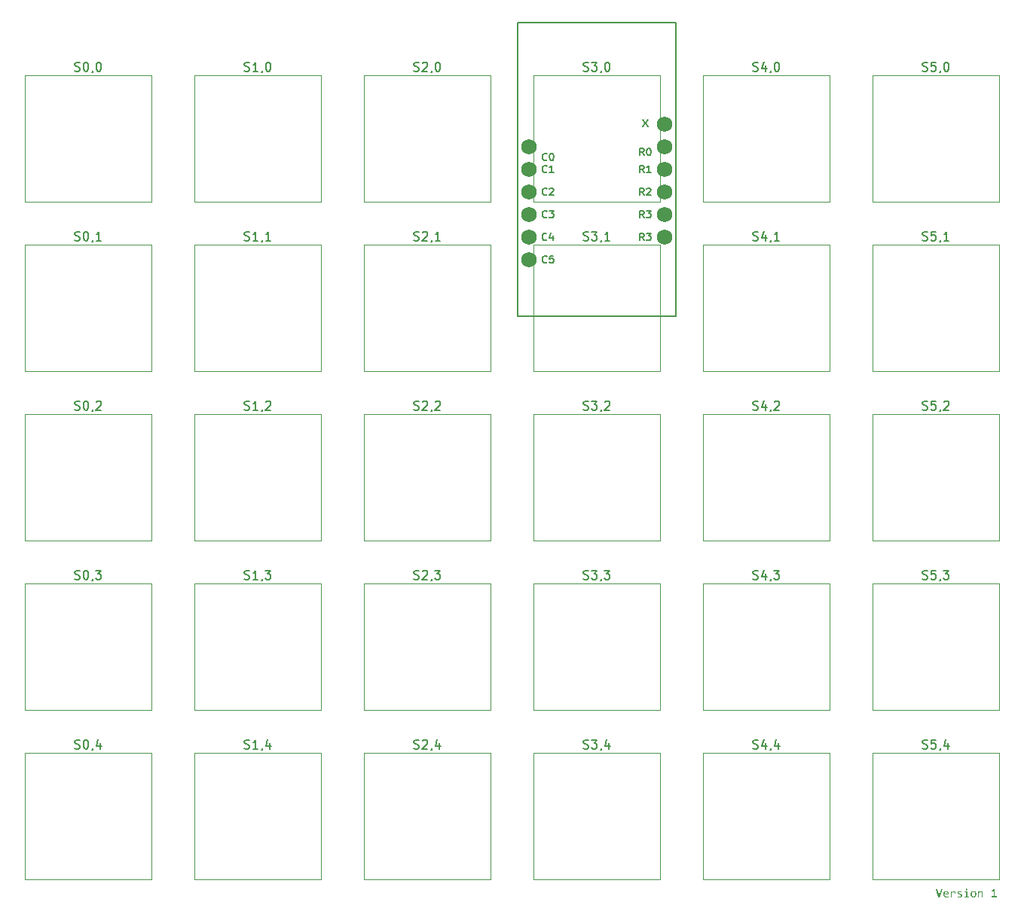
<source format=gbr>
G04 #@! TF.GenerationSoftware,KiCad,Pcbnew,7.0.10*
G04 #@! TF.CreationDate,2024-01-27T14:07:50+01:00*
G04 #@! TF.ProjectId,board-pcb,626f6172-642d-4706-9362-2e6b69636164,rev?*
G04 #@! TF.SameCoordinates,Original*
G04 #@! TF.FileFunction,Legend,Top*
G04 #@! TF.FilePolarity,Positive*
%FSLAX46Y46*%
G04 Gerber Fmt 4.6, Leading zero omitted, Abs format (unit mm)*
G04 Created by KiCad (PCBNEW 7.0.10) date 2024-01-27 14:07:50*
%MOMM*%
%LPD*%
G01*
G04 APERTURE LIST*
%ADD10C,0.150000*%
%ADD11C,0.120000*%
%ADD12C,0.200000*%
%ADD13C,1.752600*%
G04 APERTURE END LIST*
D10*
G36*
X141205830Y-125104002D02*
G01*
X140900771Y-125995000D01*
X140735907Y-125995000D01*
X140437686Y-125104002D01*
X140575928Y-125104002D01*
X140769612Y-125704595D01*
X140824567Y-125880450D01*
X140880743Y-125704595D01*
X141075160Y-125104002D01*
X141205830Y-125104002D01*
G37*
G36*
X141610961Y-125291778D02*
G01*
X141624040Y-125292370D01*
X141636830Y-125293358D01*
X141649333Y-125294740D01*
X141661548Y-125296517D01*
X141673476Y-125298690D01*
X141685116Y-125301257D01*
X141696468Y-125304220D01*
X141707533Y-125307577D01*
X141718310Y-125311329D01*
X141725334Y-125314050D01*
X141735621Y-125318383D01*
X141745599Y-125323046D01*
X141755268Y-125328040D01*
X141764627Y-125333365D01*
X141773677Y-125339020D01*
X141782419Y-125345005D01*
X141790851Y-125351322D01*
X141798974Y-125357968D01*
X141806788Y-125364946D01*
X141814292Y-125372254D01*
X141819124Y-125377309D01*
X141826105Y-125385160D01*
X141832759Y-125393323D01*
X141839088Y-125401801D01*
X141845090Y-125410591D01*
X141850766Y-125419695D01*
X141856115Y-125429113D01*
X141861138Y-125438844D01*
X141865835Y-125448888D01*
X141870206Y-125459245D01*
X141874250Y-125469916D01*
X141876765Y-125477205D01*
X141880257Y-125488318D01*
X141883405Y-125499676D01*
X141886210Y-125511279D01*
X141888672Y-125523126D01*
X141890790Y-125535218D01*
X141892564Y-125547555D01*
X141893996Y-125560137D01*
X141895083Y-125572963D01*
X141895827Y-125586034D01*
X141896228Y-125599350D01*
X141896304Y-125608363D01*
X141896269Y-125618984D01*
X141896164Y-125628833D01*
X141895958Y-125639144D01*
X141895617Y-125649541D01*
X141895572Y-125650617D01*
X141895066Y-125660959D01*
X141894465Y-125670920D01*
X141893694Y-125681436D01*
X141893618Y-125682369D01*
X141409284Y-125682369D01*
X141409515Y-125695848D01*
X141410208Y-125708930D01*
X141411362Y-125721615D01*
X141412978Y-125733904D01*
X141415056Y-125745795D01*
X141417596Y-125757290D01*
X141420598Y-125768388D01*
X141424061Y-125779089D01*
X141427986Y-125789393D01*
X141432373Y-125799300D01*
X141437221Y-125808810D01*
X141442532Y-125817923D01*
X141448304Y-125826640D01*
X141454538Y-125834959D01*
X141461234Y-125842882D01*
X141468391Y-125850408D01*
X141475983Y-125857506D01*
X141483981Y-125864146D01*
X141492385Y-125870329D01*
X141501196Y-125876053D01*
X141510413Y-125881320D01*
X141520037Y-125886128D01*
X141530067Y-125890479D01*
X141540504Y-125894371D01*
X141551347Y-125897806D01*
X141562596Y-125900783D01*
X141574252Y-125903302D01*
X141586314Y-125905362D01*
X141598783Y-125906965D01*
X141611658Y-125908110D01*
X141624940Y-125908797D01*
X141638628Y-125909026D01*
X141649986Y-125908940D01*
X141661343Y-125908683D01*
X141672700Y-125908253D01*
X141684057Y-125907652D01*
X141695415Y-125906879D01*
X141699200Y-125906584D01*
X141710480Y-125905516D01*
X141721606Y-125904328D01*
X141732577Y-125903020D01*
X141743393Y-125901592D01*
X141754055Y-125900043D01*
X141757575Y-125899501D01*
X141768022Y-125897818D01*
X141778297Y-125896066D01*
X141788401Y-125894246D01*
X141798333Y-125892356D01*
X141808093Y-125890399D01*
X141811308Y-125889731D01*
X141820879Y-125887673D01*
X141831698Y-125885163D01*
X141842144Y-125882537D01*
X141852215Y-125879794D01*
X141859180Y-125877763D01*
X141859180Y-125975460D01*
X141846769Y-125979276D01*
X141837201Y-125982018D01*
X141827409Y-125984657D01*
X141817394Y-125987193D01*
X141807156Y-125989626D01*
X141796694Y-125991956D01*
X141786010Y-125994183D01*
X141775102Y-125996307D01*
X141763971Y-125998327D01*
X141752616Y-126000245D01*
X141748782Y-126000861D01*
X141737246Y-126002607D01*
X141725629Y-126004182D01*
X141713931Y-126005584D01*
X141702150Y-126006815D01*
X141690289Y-126007874D01*
X141678345Y-126008761D01*
X141666320Y-126009477D01*
X141654214Y-126010020D01*
X141642026Y-126010393D01*
X141629756Y-126010593D01*
X141621531Y-126010631D01*
X141610545Y-126010537D01*
X141599752Y-126010253D01*
X141589151Y-126009781D01*
X141578743Y-126009120D01*
X141568528Y-126008270D01*
X141558505Y-126007231D01*
X141548675Y-126006003D01*
X141534292Y-126003807D01*
X141520342Y-126001186D01*
X141506826Y-125998140D01*
X141493744Y-125994668D01*
X141481095Y-125990772D01*
X141468879Y-125986451D01*
X141457126Y-125981726D01*
X141445773Y-125976619D01*
X141434818Y-125971130D01*
X141424263Y-125965259D01*
X141414107Y-125959006D01*
X141404351Y-125952371D01*
X141394993Y-125945353D01*
X141386035Y-125937954D01*
X141377477Y-125930172D01*
X141369317Y-125922008D01*
X141364099Y-125916353D01*
X141356638Y-125907518D01*
X141349551Y-125898321D01*
X141342837Y-125888764D01*
X141336496Y-125878847D01*
X141330529Y-125868569D01*
X141324936Y-125857930D01*
X141319716Y-125846930D01*
X141314869Y-125835570D01*
X141310396Y-125823849D01*
X141306297Y-125811768D01*
X141303771Y-125803513D01*
X141300279Y-125790856D01*
X141297131Y-125777891D01*
X141294326Y-125764616D01*
X141291864Y-125751031D01*
X141289746Y-125737138D01*
X141287972Y-125722936D01*
X141286541Y-125708424D01*
X141285777Y-125698578D01*
X141285167Y-125688595D01*
X141284709Y-125678474D01*
X141284404Y-125668216D01*
X141284251Y-125657820D01*
X141284232Y-125652571D01*
X141284416Y-125638903D01*
X141284970Y-125625377D01*
X141285893Y-125611993D01*
X141287186Y-125598750D01*
X141288476Y-125588579D01*
X141409284Y-125588579D01*
X141771985Y-125588579D01*
X141772271Y-125577466D01*
X141772153Y-125566598D01*
X141771630Y-125555973D01*
X141770703Y-125545593D01*
X141769371Y-125535457D01*
X141767634Y-125525565D01*
X141765493Y-125515917D01*
X141762948Y-125506514D01*
X141759221Y-125495098D01*
X141754910Y-125484208D01*
X141750014Y-125473842D01*
X141744534Y-125464000D01*
X141738470Y-125454684D01*
X141731821Y-125445892D01*
X141728998Y-125442522D01*
X141721543Y-125434413D01*
X141713528Y-125426875D01*
X141704952Y-125419911D01*
X141695815Y-125413518D01*
X141686118Y-125407698D01*
X141675861Y-125402451D01*
X141671601Y-125400512D01*
X141660641Y-125396150D01*
X141649133Y-125392527D01*
X141639531Y-125390161D01*
X141629578Y-125388268D01*
X141619274Y-125386848D01*
X141608619Y-125385902D01*
X141597613Y-125385429D01*
X141591978Y-125385369D01*
X141579927Y-125385733D01*
X141568198Y-125386824D01*
X141556790Y-125388643D01*
X141545705Y-125391189D01*
X141534942Y-125394463D01*
X141524501Y-125398464D01*
X141520415Y-125400268D01*
X141510554Y-125405146D01*
X141501123Y-125410620D01*
X141492122Y-125416690D01*
X141483549Y-125423357D01*
X141475406Y-125430620D01*
X141467693Y-125438479D01*
X141464727Y-125441789D01*
X141457691Y-125450377D01*
X141451084Y-125459502D01*
X141444906Y-125469163D01*
X141439158Y-125479361D01*
X141433839Y-125490095D01*
X141429893Y-125499069D01*
X141427114Y-125506025D01*
X141423683Y-125515543D01*
X141420596Y-125525290D01*
X141417852Y-125535266D01*
X141415451Y-125545471D01*
X141413394Y-125555904D01*
X141411681Y-125566567D01*
X141410311Y-125577459D01*
X141409284Y-125588579D01*
X141288476Y-125588579D01*
X141288847Y-125585649D01*
X141290878Y-125572689D01*
X141293278Y-125559872D01*
X141296047Y-125547196D01*
X141299186Y-125534661D01*
X141302693Y-125522268D01*
X141305237Y-125514085D01*
X141309343Y-125501954D01*
X141313783Y-125490106D01*
X141318559Y-125478541D01*
X141323669Y-125467259D01*
X141329115Y-125456261D01*
X141334895Y-125445547D01*
X141341010Y-125435115D01*
X141347460Y-125424967D01*
X141354245Y-125415103D01*
X141361365Y-125405521D01*
X141366297Y-125399291D01*
X141374013Y-125390175D01*
X141382045Y-125381419D01*
X141390396Y-125373025D01*
X141399064Y-125364990D01*
X141408050Y-125357317D01*
X141417354Y-125350004D01*
X141426975Y-125343051D01*
X141436914Y-125336460D01*
X141447171Y-125330229D01*
X141457745Y-125324358D01*
X141464972Y-125320645D01*
X141476056Y-125315451D01*
X141487420Y-125310767D01*
X141499063Y-125306595D01*
X141510985Y-125302934D01*
X141523186Y-125299783D01*
X141535666Y-125297143D01*
X141548425Y-125295015D01*
X141561463Y-125293397D01*
X141574780Y-125292290D01*
X141588376Y-125291694D01*
X141597595Y-125291580D01*
X141610961Y-125291778D01*
G37*
G36*
X142110750Y-125307212D02*
G01*
X142220170Y-125307212D01*
X142223590Y-125435683D01*
X142231216Y-125426353D01*
X142238828Y-125417350D01*
X142246428Y-125408675D01*
X142254013Y-125400329D01*
X142261586Y-125392311D01*
X142269145Y-125384621D01*
X142276691Y-125377260D01*
X142284223Y-125370226D01*
X142291742Y-125363521D01*
X142299248Y-125357144D01*
X142310481Y-125348194D01*
X142321685Y-125339982D01*
X142332858Y-125332509D01*
X142344002Y-125325774D01*
X142355141Y-125319663D01*
X142366301Y-125314153D01*
X142377483Y-125309245D01*
X142388687Y-125304937D01*
X142399912Y-125301231D01*
X142411158Y-125298125D01*
X142422426Y-125295621D01*
X142433715Y-125293717D01*
X142445026Y-125292415D01*
X142456358Y-125291714D01*
X142463925Y-125291580D01*
X142477124Y-125291857D01*
X142489918Y-125292687D01*
X142502304Y-125294070D01*
X142514285Y-125296007D01*
X142525859Y-125298497D01*
X142537026Y-125301541D01*
X142547787Y-125305137D01*
X142558142Y-125309288D01*
X142568090Y-125313991D01*
X142577631Y-125319248D01*
X142586767Y-125325059D01*
X142595495Y-125331422D01*
X142603818Y-125338339D01*
X142611734Y-125345810D01*
X142619243Y-125353833D01*
X142626346Y-125362411D01*
X142633044Y-125371533D01*
X142639276Y-125381194D01*
X142645042Y-125391393D01*
X142650343Y-125402131D01*
X142655178Y-125413406D01*
X142659548Y-125425219D01*
X142663452Y-125437571D01*
X142666891Y-125450460D01*
X142669864Y-125463888D01*
X142672371Y-125477853D01*
X142674413Y-125492357D01*
X142675989Y-125507399D01*
X142677099Y-125522979D01*
X142677744Y-125539097D01*
X142677924Y-125555754D01*
X142677637Y-125572948D01*
X142556737Y-125572948D01*
X142556862Y-125561336D01*
X142556749Y-125550130D01*
X142556397Y-125539331D01*
X142555806Y-125528938D01*
X142554977Y-125518952D01*
X142553286Y-125504735D01*
X142551058Y-125491432D01*
X142548294Y-125479043D01*
X142544993Y-125467569D01*
X142541156Y-125457010D01*
X142536782Y-125447365D01*
X142531871Y-125438635D01*
X142530115Y-125435928D01*
X142522616Y-125425910D01*
X142514285Y-125417228D01*
X142505122Y-125409881D01*
X142495127Y-125403871D01*
X142484300Y-125399196D01*
X142472641Y-125395857D01*
X142460151Y-125393853D01*
X142450236Y-125393227D01*
X142446828Y-125393185D01*
X142436237Y-125393618D01*
X142425624Y-125394915D01*
X142414986Y-125397077D01*
X142404326Y-125400104D01*
X142398224Y-125402222D01*
X142389096Y-125405989D01*
X142379848Y-125410511D01*
X142370480Y-125415789D01*
X142360992Y-125421823D01*
X142351383Y-125428612D01*
X142348154Y-125431043D01*
X142340056Y-125437429D01*
X142331791Y-125444376D01*
X142323360Y-125451883D01*
X142314761Y-125459951D01*
X142307762Y-125466809D01*
X142300656Y-125474026D01*
X142293443Y-125481601D01*
X142286173Y-125489501D01*
X142278773Y-125497813D01*
X142271244Y-125506537D01*
X142263585Y-125515673D01*
X142255796Y-125525221D01*
X142247877Y-125535182D01*
X142241853Y-125542923D01*
X142235755Y-125550895D01*
X142231650Y-125556339D01*
X142231650Y-125995000D01*
X142110750Y-125995000D01*
X142110750Y-125307212D01*
G37*
G36*
X143397665Y-125808886D02*
G01*
X143397361Y-125820150D01*
X143396449Y-125831045D01*
X143394928Y-125841569D01*
X143392799Y-125851724D01*
X143390062Y-125861510D01*
X143386717Y-125870925D01*
X143385209Y-125874588D01*
X143380303Y-125885172D01*
X143374745Y-125895310D01*
X143368534Y-125905002D01*
X143361670Y-125914247D01*
X143354154Y-125923045D01*
X143351503Y-125925879D01*
X143343294Y-125934073D01*
X143334605Y-125941804D01*
X143325434Y-125949071D01*
X143317425Y-125954773D01*
X143309081Y-125960153D01*
X143302166Y-125964225D01*
X143293293Y-125969055D01*
X143284230Y-125973623D01*
X143274975Y-125977928D01*
X143265530Y-125981971D01*
X143255894Y-125985751D01*
X143246067Y-125989269D01*
X143242083Y-125990603D01*
X143232042Y-125993678D01*
X143221918Y-125996490D01*
X143211711Y-125999040D01*
X143201420Y-126001327D01*
X143191046Y-126003352D01*
X143180588Y-126005115D01*
X143176381Y-126005746D01*
X143165948Y-126007153D01*
X143155563Y-126008322D01*
X143145226Y-126009252D01*
X143134936Y-126009944D01*
X143124694Y-126010397D01*
X143114500Y-126010612D01*
X143110436Y-126010631D01*
X143097393Y-126010575D01*
X143084553Y-126010408D01*
X143071914Y-126010129D01*
X143059477Y-126009738D01*
X143047241Y-126009236D01*
X143035208Y-126008622D01*
X143023376Y-126007896D01*
X143011746Y-126007059D01*
X143000318Y-126006110D01*
X142989092Y-126005050D01*
X142981720Y-126004281D01*
X142970748Y-126003067D01*
X142959815Y-126001716D01*
X142948921Y-126000228D01*
X142938065Y-125998602D01*
X142927248Y-125996839D01*
X142916470Y-125994938D01*
X142905730Y-125992901D01*
X142895029Y-125990725D01*
X142884366Y-125988413D01*
X142873742Y-125985963D01*
X142866681Y-125984253D01*
X142866681Y-125874099D01*
X142877988Y-125877234D01*
X142889287Y-125880227D01*
X142900577Y-125883079D01*
X142911859Y-125885789D01*
X142923131Y-125888357D01*
X142934396Y-125890783D01*
X142945651Y-125893068D01*
X142956898Y-125895211D01*
X142968137Y-125897212D01*
X142979367Y-125899072D01*
X142986849Y-125900233D01*
X142998062Y-125901805D01*
X143009263Y-125903221D01*
X143020451Y-125904484D01*
X143031625Y-125905591D01*
X143042787Y-125906544D01*
X143053936Y-125907343D01*
X143065073Y-125907987D01*
X143076196Y-125908476D01*
X143087306Y-125908811D01*
X143098404Y-125908992D01*
X143105795Y-125909026D01*
X143116338Y-125908934D01*
X143126533Y-125908660D01*
X143136381Y-125908202D01*
X143150501Y-125907171D01*
X143163841Y-125905729D01*
X143176399Y-125903874D01*
X143188175Y-125901607D01*
X143199171Y-125898928D01*
X143209385Y-125895837D01*
X143218817Y-125892334D01*
X143230178Y-125887021D01*
X143232801Y-125885579D01*
X143242476Y-125879347D01*
X143250860Y-125872496D01*
X143257955Y-125865028D01*
X143263759Y-125856941D01*
X143268274Y-125848236D01*
X143271499Y-125838913D01*
X143273433Y-125828972D01*
X143274078Y-125818412D01*
X143273557Y-125808260D01*
X143271754Y-125797661D01*
X143268662Y-125787776D01*
X143267484Y-125784951D01*
X143262337Y-125775782D01*
X143255950Y-125767775D01*
X143248879Y-125760852D01*
X143243792Y-125756618D01*
X143235401Y-125750599D01*
X143226757Y-125745385D01*
X143216773Y-125740118D01*
X143207431Y-125735690D01*
X143197158Y-125731226D01*
X143190547Y-125728531D01*
X143181098Y-125724859D01*
X143170825Y-125721051D01*
X143159727Y-125717105D01*
X143147805Y-125713021D01*
X143138322Y-125709868D01*
X143128376Y-125706638D01*
X143117966Y-125703331D01*
X143107093Y-125699947D01*
X143095755Y-125696485D01*
X143091873Y-125695314D01*
X143080321Y-125691833D01*
X143068991Y-125688230D01*
X143057881Y-125684506D01*
X143046994Y-125680659D01*
X143036327Y-125676690D01*
X143025882Y-125672599D01*
X143015658Y-125668386D01*
X143005655Y-125664050D01*
X142995985Y-125659494D01*
X142986635Y-125654739D01*
X142977606Y-125649785D01*
X142968897Y-125644633D01*
X142960509Y-125639283D01*
X142952441Y-125633734D01*
X142942807Y-125626519D01*
X142937267Y-125622041D01*
X142928559Y-125614282D01*
X142920447Y-125606117D01*
X142912931Y-125597547D01*
X142906012Y-125588572D01*
X142899689Y-125579191D01*
X142893962Y-125569404D01*
X142891838Y-125565376D01*
X142887124Y-125554939D01*
X142883209Y-125543929D01*
X142880092Y-125532346D01*
X142878175Y-125522668D01*
X142876768Y-125512624D01*
X142875874Y-125502213D01*
X142875490Y-125491436D01*
X142875474Y-125488684D01*
X142875946Y-125477596D01*
X142877363Y-125466130D01*
X142879265Y-125456286D01*
X142881823Y-125446180D01*
X142885037Y-125435812D01*
X142888907Y-125425181D01*
X142893564Y-125414462D01*
X142899140Y-125403981D01*
X142905633Y-125393739D01*
X142911490Y-125385718D01*
X142917933Y-125377848D01*
X142924965Y-125370132D01*
X142932584Y-125362568D01*
X142934581Y-125360701D01*
X142943053Y-125353412D01*
X142952227Y-125346443D01*
X142962104Y-125339795D01*
X142972683Y-125333468D01*
X142983964Y-125327461D01*
X142992885Y-125323166D01*
X143002202Y-125319052D01*
X143011913Y-125315118D01*
X143022020Y-125311364D01*
X143032564Y-125307828D01*
X143043589Y-125304640D01*
X143055096Y-125301800D01*
X143067083Y-125299308D01*
X143079550Y-125297164D01*
X143092499Y-125295367D01*
X143105929Y-125293918D01*
X143119839Y-125292817D01*
X143134230Y-125292063D01*
X143144092Y-125291754D01*
X143154167Y-125291599D01*
X143159284Y-125291580D01*
X143169558Y-125291653D01*
X143180106Y-125291870D01*
X143190929Y-125292233D01*
X143202027Y-125292740D01*
X143213399Y-125293393D01*
X143225047Y-125294190D01*
X143236969Y-125295133D01*
X143249166Y-125296221D01*
X143261622Y-125297427D01*
X143274200Y-125298846D01*
X143286901Y-125300480D01*
X143299724Y-125302327D01*
X143309421Y-125303852D01*
X143319187Y-125305498D01*
X143329022Y-125307264D01*
X143338925Y-125309150D01*
X143348897Y-125311157D01*
X143352236Y-125311852D01*
X143352236Y-125420052D01*
X143341752Y-125417550D01*
X143331368Y-125415172D01*
X143321082Y-125412918D01*
X143310894Y-125410790D01*
X143300806Y-125408785D01*
X143290816Y-125406906D01*
X143280925Y-125405150D01*
X143271132Y-125403520D01*
X143261439Y-125402013D01*
X143248667Y-125400199D01*
X143245502Y-125399780D01*
X143233072Y-125398234D01*
X143221062Y-125396895D01*
X143209472Y-125395761D01*
X143198302Y-125394834D01*
X143187552Y-125394112D01*
X143177221Y-125393597D01*
X143167310Y-125393288D01*
X143157819Y-125393185D01*
X143146919Y-125393292D01*
X143136448Y-125393613D01*
X143126403Y-125394147D01*
X143114448Y-125395115D01*
X143103162Y-125396418D01*
X143092543Y-125398054D01*
X143082592Y-125400024D01*
X143071555Y-125402769D01*
X143061343Y-125405874D01*
X143051955Y-125409340D01*
X143042044Y-125413840D01*
X143033255Y-125418831D01*
X143024508Y-125424967D01*
X143017074Y-125431653D01*
X143010280Y-125439832D01*
X143006144Y-125446674D01*
X143002130Y-125455916D01*
X142999429Y-125465505D01*
X142998042Y-125475442D01*
X142997840Y-125481113D01*
X142998400Y-125491303D01*
X143000081Y-125500991D01*
X143003263Y-125511166D01*
X143004923Y-125515062D01*
X143010010Y-125523503D01*
X143017030Y-125531789D01*
X143024891Y-125539025D01*
X143031789Y-125544371D01*
X143041074Y-125550569D01*
X143050205Y-125555881D01*
X143060417Y-125561194D01*
X143069754Y-125565621D01*
X143079842Y-125570047D01*
X143086256Y-125572704D01*
X143095380Y-125576283D01*
X143105169Y-125579939D01*
X143115622Y-125583672D01*
X143126739Y-125587480D01*
X143138520Y-125591365D01*
X143150965Y-125595327D01*
X143160734Y-125598348D01*
X143170877Y-125601412D01*
X143177847Y-125603478D01*
X143189126Y-125606882D01*
X143200066Y-125610316D01*
X143210667Y-125613780D01*
X143220929Y-125617274D01*
X143230851Y-125620798D01*
X143240435Y-125624352D01*
X143249679Y-125627937D01*
X143261477Y-125632762D01*
X143272672Y-125637641D01*
X143280673Y-125641336D01*
X143290927Y-125646293D01*
X143300686Y-125651396D01*
X143309948Y-125656643D01*
X143318714Y-125662035D01*
X143326984Y-125667573D01*
X143336623Y-125674699D01*
X143345488Y-125682051D01*
X143348817Y-125685055D01*
X143356620Y-125692767D01*
X143363695Y-125700788D01*
X143370044Y-125709119D01*
X143375664Y-125717761D01*
X143380558Y-125726713D01*
X143384723Y-125735974D01*
X143386186Y-125739766D01*
X143389493Y-125749439D01*
X143392239Y-125759529D01*
X143394425Y-125770037D01*
X143396051Y-125780963D01*
X143397116Y-125792305D01*
X143397620Y-125804066D01*
X143397665Y-125808886D01*
G37*
G36*
X143855376Y-125404909D02*
G01*
X143651434Y-125404909D01*
X143651434Y-125307212D01*
X143976277Y-125307212D01*
X143976277Y-125893394D01*
X144181685Y-125893394D01*
X144181685Y-125995000D01*
X143628719Y-125995000D01*
X143628719Y-125893394D01*
X143855376Y-125893394D01*
X143855376Y-125404909D01*
G37*
G36*
X143897142Y-125025844D02*
G01*
X143906973Y-125026302D01*
X143917594Y-125027912D01*
X143927752Y-125030681D01*
X143934267Y-125033171D01*
X143943654Y-125037619D01*
X143952307Y-125042994D01*
X143960226Y-125049297D01*
X143964309Y-125053199D01*
X143971008Y-125060790D01*
X143976819Y-125068999D01*
X143981742Y-125077826D01*
X143984092Y-125082997D01*
X143987634Y-125092708D01*
X143990017Y-125102883D01*
X143991241Y-125113522D01*
X143991420Y-125119633D01*
X143990840Y-125130214D01*
X143989101Y-125140524D01*
X143986203Y-125150564D01*
X143984092Y-125156025D01*
X143979664Y-125165314D01*
X143974346Y-125173946D01*
X143968140Y-125181921D01*
X143964309Y-125186067D01*
X143956797Y-125192904D01*
X143948552Y-125198853D01*
X143939573Y-125203912D01*
X143934267Y-125206339D01*
X143924418Y-125209763D01*
X143914105Y-125212067D01*
X143903329Y-125213249D01*
X143897142Y-125213422D01*
X143886207Y-125212862D01*
X143875658Y-125211181D01*
X143865496Y-125208380D01*
X143860017Y-125206339D01*
X143850748Y-125201773D01*
X143842174Y-125196319D01*
X143834296Y-125189975D01*
X143830219Y-125186067D01*
X143823500Y-125178457D01*
X143817631Y-125170190D01*
X143812612Y-125161267D01*
X143810191Y-125156025D01*
X143806767Y-125146136D01*
X143804464Y-125135975D01*
X143803281Y-125125545D01*
X143803108Y-125119633D01*
X143803669Y-125108737D01*
X143805349Y-125098304D01*
X143808151Y-125088335D01*
X143810191Y-125082997D01*
X143814738Y-125073826D01*
X143820135Y-125065274D01*
X143826382Y-125057340D01*
X143830219Y-125053199D01*
X143837711Y-125046381D01*
X143845899Y-125040491D01*
X143854781Y-125035528D01*
X143860017Y-125033171D01*
X143869965Y-125029629D01*
X143880299Y-125027246D01*
X143891019Y-125026023D01*
X143897142Y-125025844D01*
G37*
G36*
X144686842Y-125291784D02*
G01*
X144700313Y-125292396D01*
X144713512Y-125293415D01*
X144726442Y-125294843D01*
X144739101Y-125296678D01*
X144751489Y-125298922D01*
X144763607Y-125301573D01*
X144775454Y-125304632D01*
X144787031Y-125308099D01*
X144798338Y-125311973D01*
X144805725Y-125314783D01*
X144816603Y-125319323D01*
X144827163Y-125324240D01*
X144837406Y-125329535D01*
X144847330Y-125335208D01*
X144856938Y-125341259D01*
X144866227Y-125347687D01*
X144875199Y-125354494D01*
X144883852Y-125361678D01*
X144892189Y-125369240D01*
X144900207Y-125377180D01*
X144905376Y-125382683D01*
X144912898Y-125391211D01*
X144920077Y-125400125D01*
X144926912Y-125409426D01*
X144933403Y-125419113D01*
X144939551Y-125429187D01*
X144945356Y-125439647D01*
X144950817Y-125450493D01*
X144955935Y-125461726D01*
X144960709Y-125473345D01*
X144965140Y-125485351D01*
X144967903Y-125493569D01*
X144971787Y-125506151D01*
X144975290Y-125519077D01*
X144978410Y-125532346D01*
X144981149Y-125545959D01*
X144983505Y-125559915D01*
X144985479Y-125574215D01*
X144986583Y-125583939D01*
X144987517Y-125593815D01*
X144988282Y-125603845D01*
X144988876Y-125614026D01*
X144989300Y-125624361D01*
X144989555Y-125634848D01*
X144989640Y-125645488D01*
X144989551Y-125655571D01*
X144989285Y-125665546D01*
X144988842Y-125675415D01*
X144988220Y-125685177D01*
X144986956Y-125699620D01*
X144985292Y-125713823D01*
X144983229Y-125727784D01*
X144980767Y-125741506D01*
X144977906Y-125754987D01*
X144974645Y-125768228D01*
X144970985Y-125781228D01*
X144966926Y-125793988D01*
X144962534Y-125806458D01*
X144957786Y-125818588D01*
X144952682Y-125830380D01*
X144947222Y-125841833D01*
X144941405Y-125852946D01*
X144935232Y-125863720D01*
X144928703Y-125874155D01*
X144921817Y-125884251D01*
X144914575Y-125894007D01*
X144906976Y-125903425D01*
X144901713Y-125909515D01*
X144893579Y-125918304D01*
X144885115Y-125926719D01*
X144876320Y-125934761D01*
X144867194Y-125942430D01*
X144857738Y-125949725D01*
X144847952Y-125956647D01*
X144837834Y-125963195D01*
X144827387Y-125969369D01*
X144816608Y-125975170D01*
X144805499Y-125980598D01*
X144797909Y-125984009D01*
X144786315Y-125988766D01*
X144774428Y-125993056D01*
X144762249Y-125996878D01*
X144749778Y-126000232D01*
X144737016Y-126003117D01*
X144723961Y-126005535D01*
X144710615Y-126007485D01*
X144696976Y-126008967D01*
X144683046Y-126009981D01*
X144668823Y-126010527D01*
X144659180Y-126010631D01*
X144645437Y-126010427D01*
X144631960Y-126009815D01*
X144618749Y-126008796D01*
X144605805Y-126007368D01*
X144593127Y-126005533D01*
X144580715Y-126003289D01*
X144568569Y-126000638D01*
X144556689Y-125997579D01*
X144545076Y-125994112D01*
X144533728Y-125990238D01*
X144526311Y-125987428D01*
X144515475Y-125982886D01*
X144504948Y-125977963D01*
X144494730Y-125972657D01*
X144484821Y-125966969D01*
X144475221Y-125960899D01*
X144465930Y-125954447D01*
X144456948Y-125947612D01*
X144448276Y-125940396D01*
X144439912Y-125932797D01*
X144431858Y-125924817D01*
X144426660Y-125919284D01*
X144419180Y-125910671D01*
X144412034Y-125901684D01*
X144405224Y-125892324D01*
X144398748Y-125882591D01*
X144392607Y-125872483D01*
X144386801Y-125862003D01*
X144381330Y-125851148D01*
X144376194Y-125839921D01*
X144371392Y-125828319D01*
X144366926Y-125816344D01*
X144364134Y-125808154D01*
X144360293Y-125795521D01*
X144356830Y-125782537D01*
X144353744Y-125769200D01*
X144351037Y-125755512D01*
X144348707Y-125741471D01*
X144346755Y-125727078D01*
X144345663Y-125717288D01*
X144344740Y-125707341D01*
X144343984Y-125697237D01*
X144343396Y-125686977D01*
X144342977Y-125676560D01*
X144342725Y-125665987D01*
X144342641Y-125655258D01*
X144342679Y-125650861D01*
X144464762Y-125650861D01*
X144464887Y-125662768D01*
X144465260Y-125674400D01*
X144465883Y-125685758D01*
X144466754Y-125696840D01*
X144467875Y-125707648D01*
X144469244Y-125718181D01*
X144470863Y-125728439D01*
X144472731Y-125738422D01*
X144474847Y-125748131D01*
X144478057Y-125760648D01*
X144478928Y-125763702D01*
X144482653Y-125775540D01*
X144486744Y-125786874D01*
X144491202Y-125797705D01*
X144496025Y-125808032D01*
X144501215Y-125817855D01*
X144506772Y-125827174D01*
X144512695Y-125835990D01*
X144518984Y-125844302D01*
X144525689Y-125852114D01*
X144532738Y-125859429D01*
X144540130Y-125866249D01*
X144547866Y-125872573D01*
X144555945Y-125878400D01*
X144564368Y-125883732D01*
X144573134Y-125888567D01*
X144582243Y-125892906D01*
X144591673Y-125896684D01*
X144601401Y-125899959D01*
X144611426Y-125902729D01*
X144621749Y-125904996D01*
X144632370Y-125906759D01*
X144643288Y-125908019D01*
X144654505Y-125908774D01*
X144666018Y-125909026D01*
X144675956Y-125908841D01*
X144688779Y-125908021D01*
X144701113Y-125906544D01*
X144712959Y-125904411D01*
X144724316Y-125901621D01*
X144735185Y-125898175D01*
X144745565Y-125894072D01*
X144755457Y-125889313D01*
X144757854Y-125888021D01*
X144767165Y-125882491D01*
X144776050Y-125876526D01*
X144784507Y-125870127D01*
X144792536Y-125863292D01*
X144800138Y-125856022D01*
X144807313Y-125848316D01*
X144814060Y-125840176D01*
X144820380Y-125831601D01*
X144826280Y-125822572D01*
X144831768Y-125813191D01*
X144836843Y-125803460D01*
X144841507Y-125793377D01*
X144845758Y-125782943D01*
X144849597Y-125772158D01*
X144853024Y-125761022D01*
X144856039Y-125749535D01*
X144858730Y-125737735D01*
X144861062Y-125725783D01*
X144863035Y-125713678D01*
X144864649Y-125701420D01*
X144865904Y-125689009D01*
X144866801Y-125676446D01*
X144867339Y-125663730D01*
X144867519Y-125650861D01*
X144867394Y-125638915D01*
X144867021Y-125627257D01*
X144866398Y-125615886D01*
X144865527Y-125604802D01*
X144864406Y-125594007D01*
X144863036Y-125583499D01*
X144861418Y-125573279D01*
X144859550Y-125563346D01*
X144857434Y-125553701D01*
X144854224Y-125541289D01*
X144853353Y-125538265D01*
X144849624Y-125526484D01*
X144845522Y-125515200D01*
X144841045Y-125504411D01*
X144836195Y-125494118D01*
X144830970Y-125484322D01*
X144825372Y-125475022D01*
X144819399Y-125466218D01*
X144813053Y-125457909D01*
X144806343Y-125450101D01*
X144799283Y-125442797D01*
X144791872Y-125435996D01*
X144784110Y-125429699D01*
X144775996Y-125423906D01*
X144767532Y-125418617D01*
X144758716Y-125413831D01*
X144749549Y-125409549D01*
X144740070Y-125405714D01*
X144730315Y-125402390D01*
X144720286Y-125399577D01*
X144709982Y-125397276D01*
X144699403Y-125395486D01*
X144688550Y-125394208D01*
X144677421Y-125393441D01*
X144666018Y-125393185D01*
X144656124Y-125393372D01*
X144643353Y-125394202D01*
X144631063Y-125395696D01*
X144619253Y-125397854D01*
X144607925Y-125400676D01*
X144597077Y-125404162D01*
X144586710Y-125408313D01*
X144576824Y-125413127D01*
X144574427Y-125414434D01*
X144565116Y-125419911D01*
X144556231Y-125425837D01*
X144547774Y-125432214D01*
X144539745Y-125439042D01*
X144532143Y-125446319D01*
X144524968Y-125454047D01*
X144518221Y-125462226D01*
X144511901Y-125470854D01*
X144505997Y-125479830D01*
X144500498Y-125489173D01*
X144495403Y-125498881D01*
X144490713Y-125508956D01*
X144486427Y-125519398D01*
X144482546Y-125530205D01*
X144479070Y-125541379D01*
X144475997Y-125552920D01*
X144473364Y-125564655D01*
X144471082Y-125576535D01*
X144469151Y-125588560D01*
X144467571Y-125600730D01*
X144466342Y-125613046D01*
X144465464Y-125625506D01*
X144464938Y-125638111D01*
X144464762Y-125650861D01*
X144342679Y-125650861D01*
X144342729Y-125645207D01*
X144342992Y-125635268D01*
X144343431Y-125625439D01*
X144344418Y-125610903D01*
X144345801Y-125596617D01*
X144347578Y-125582579D01*
X144349751Y-125568790D01*
X144352318Y-125555250D01*
X144355280Y-125541960D01*
X144358638Y-125528918D01*
X144362390Y-125516125D01*
X144365111Y-125507735D01*
X144369544Y-125495354D01*
X144374325Y-125483309D01*
X144379453Y-125471598D01*
X144384929Y-125460222D01*
X144390753Y-125449181D01*
X144396925Y-125438475D01*
X144403444Y-125428104D01*
X144410311Y-125418067D01*
X144417526Y-125408366D01*
X144425089Y-125398999D01*
X144430324Y-125392941D01*
X144438499Y-125384108D01*
X144446996Y-125375653D01*
X144455816Y-125367576D01*
X144464957Y-125359877D01*
X144474420Y-125352555D01*
X144484205Y-125345611D01*
X144494313Y-125339045D01*
X144504742Y-125332857D01*
X144515493Y-125327047D01*
X144526566Y-125321614D01*
X144534127Y-125318203D01*
X144545766Y-125313445D01*
X144557692Y-125309155D01*
X144569906Y-125305333D01*
X144582407Y-125301980D01*
X144595196Y-125299094D01*
X144608273Y-125296676D01*
X144621637Y-125294726D01*
X144635290Y-125293244D01*
X144649229Y-125292230D01*
X144663457Y-125291684D01*
X144673101Y-125291580D01*
X144686842Y-125291784D01*
G37*
G36*
X145158168Y-125307212D02*
G01*
X145264658Y-125307212D01*
X145269542Y-125418098D01*
X145277022Y-125409133D01*
X145284441Y-125400558D01*
X145291799Y-125392372D01*
X145299096Y-125384576D01*
X145306331Y-125377168D01*
X145313506Y-125370150D01*
X145322389Y-125361925D01*
X145327672Y-125357281D01*
X145336496Y-125349958D01*
X145345261Y-125343099D01*
X145353965Y-125336706D01*
X145362610Y-125330777D01*
X145371196Y-125325314D01*
X145379722Y-125320316D01*
X145383115Y-125318447D01*
X145393316Y-125313177D01*
X145403586Y-125308544D01*
X145413924Y-125304545D01*
X145424331Y-125301182D01*
X145434807Y-125298454D01*
X145438314Y-125297686D01*
X145449007Y-125295611D01*
X145459838Y-125293965D01*
X145470806Y-125292749D01*
X145481912Y-125291962D01*
X145493154Y-125291604D01*
X145496933Y-125291580D01*
X145510041Y-125291826D01*
X145522742Y-125292565D01*
X145535037Y-125293795D01*
X145546926Y-125295519D01*
X145558408Y-125297734D01*
X145569484Y-125300442D01*
X145580153Y-125303641D01*
X145590416Y-125307334D01*
X145600273Y-125311518D01*
X145609723Y-125316195D01*
X145618767Y-125321364D01*
X145627404Y-125327026D01*
X145635635Y-125333180D01*
X145643459Y-125339826D01*
X145650877Y-125346964D01*
X145657889Y-125354595D01*
X145664514Y-125362720D01*
X145670711Y-125371341D01*
X145676482Y-125380458D01*
X145681824Y-125390071D01*
X145686740Y-125400180D01*
X145691228Y-125410786D01*
X145695288Y-125421887D01*
X145698921Y-125433485D01*
X145702127Y-125445579D01*
X145704905Y-125458169D01*
X145707256Y-125471255D01*
X145709180Y-125484837D01*
X145710676Y-125498916D01*
X145711744Y-125513490D01*
X145712385Y-125528561D01*
X145712599Y-125544127D01*
X145712599Y-125995000D01*
X145592920Y-125995000D01*
X145592920Y-125552676D01*
X145592802Y-125542646D01*
X145592181Y-125528226D01*
X145591027Y-125514559D01*
X145589341Y-125501642D01*
X145587123Y-125489477D01*
X145584372Y-125478063D01*
X145581089Y-125467401D01*
X145577274Y-125457489D01*
X145572926Y-125448330D01*
X145566301Y-125437285D01*
X145562634Y-125432264D01*
X145554658Y-125423105D01*
X145545751Y-125415167D01*
X145535912Y-125408450D01*
X145525143Y-125402955D01*
X145513442Y-125398681D01*
X145500810Y-125395628D01*
X145490725Y-125394139D01*
X145480116Y-125393338D01*
X145472752Y-125393185D01*
X145461823Y-125393597D01*
X145451015Y-125394834D01*
X145440329Y-125396895D01*
X145429766Y-125399780D01*
X145419263Y-125403672D01*
X145409873Y-125408055D01*
X145400296Y-125413349D01*
X145391939Y-125418613D01*
X145386290Y-125422494D01*
X145377635Y-125428951D01*
X145368705Y-125436233D01*
X145361053Y-125442931D01*
X145353211Y-125450201D01*
X145345178Y-125458043D01*
X145336953Y-125466458D01*
X145330256Y-125473572D01*
X145323352Y-125481113D01*
X145316242Y-125489081D01*
X145308927Y-125497477D01*
X145301405Y-125506300D01*
X145293677Y-125515551D01*
X145285743Y-125525229D01*
X145277602Y-125535334D01*
X145277602Y-125995000D01*
X145158168Y-125995000D01*
X145158168Y-125307212D01*
G37*
G36*
X147270868Y-125995000D02*
G01*
X146706912Y-125995000D01*
X146706912Y-125881671D01*
X146937721Y-125881671D01*
X146937721Y-125221238D01*
X146722787Y-125354106D01*
X146678824Y-125252501D01*
X146964588Y-125104002D01*
X147070345Y-125104002D01*
X147070345Y-125881671D01*
X147270868Y-125881671D01*
X147270868Y-125995000D01*
G37*
X62758810Y-90197200D02*
X62901667Y-90244819D01*
X62901667Y-90244819D02*
X63139762Y-90244819D01*
X63139762Y-90244819D02*
X63235000Y-90197200D01*
X63235000Y-90197200D02*
X63282619Y-90149580D01*
X63282619Y-90149580D02*
X63330238Y-90054342D01*
X63330238Y-90054342D02*
X63330238Y-89959104D01*
X63330238Y-89959104D02*
X63282619Y-89863866D01*
X63282619Y-89863866D02*
X63235000Y-89816247D01*
X63235000Y-89816247D02*
X63139762Y-89768628D01*
X63139762Y-89768628D02*
X62949286Y-89721009D01*
X62949286Y-89721009D02*
X62854048Y-89673390D01*
X62854048Y-89673390D02*
X62806429Y-89625771D01*
X62806429Y-89625771D02*
X62758810Y-89530533D01*
X62758810Y-89530533D02*
X62758810Y-89435295D01*
X62758810Y-89435295D02*
X62806429Y-89340057D01*
X62806429Y-89340057D02*
X62854048Y-89292438D01*
X62854048Y-89292438D02*
X62949286Y-89244819D01*
X62949286Y-89244819D02*
X63187381Y-89244819D01*
X63187381Y-89244819D02*
X63330238Y-89292438D01*
X64282619Y-90244819D02*
X63711191Y-90244819D01*
X63996905Y-90244819D02*
X63996905Y-89244819D01*
X63996905Y-89244819D02*
X63901667Y-89387676D01*
X63901667Y-89387676D02*
X63806429Y-89482914D01*
X63806429Y-89482914D02*
X63711191Y-89530533D01*
X64758810Y-90197200D02*
X64758810Y-90244819D01*
X64758810Y-90244819D02*
X64711191Y-90340057D01*
X64711191Y-90340057D02*
X64663572Y-90387676D01*
X65092143Y-89244819D02*
X65711190Y-89244819D01*
X65711190Y-89244819D02*
X65377857Y-89625771D01*
X65377857Y-89625771D02*
X65520714Y-89625771D01*
X65520714Y-89625771D02*
X65615952Y-89673390D01*
X65615952Y-89673390D02*
X65663571Y-89721009D01*
X65663571Y-89721009D02*
X65711190Y-89816247D01*
X65711190Y-89816247D02*
X65711190Y-90054342D01*
X65711190Y-90054342D02*
X65663571Y-90149580D01*
X65663571Y-90149580D02*
X65615952Y-90197200D01*
X65615952Y-90197200D02*
X65520714Y-90244819D01*
X65520714Y-90244819D02*
X65235000Y-90244819D01*
X65235000Y-90244819D02*
X65139762Y-90197200D01*
X65139762Y-90197200D02*
X65092143Y-90149580D01*
X62758810Y-109247200D02*
X62901667Y-109294819D01*
X62901667Y-109294819D02*
X63139762Y-109294819D01*
X63139762Y-109294819D02*
X63235000Y-109247200D01*
X63235000Y-109247200D02*
X63282619Y-109199580D01*
X63282619Y-109199580D02*
X63330238Y-109104342D01*
X63330238Y-109104342D02*
X63330238Y-109009104D01*
X63330238Y-109009104D02*
X63282619Y-108913866D01*
X63282619Y-108913866D02*
X63235000Y-108866247D01*
X63235000Y-108866247D02*
X63139762Y-108818628D01*
X63139762Y-108818628D02*
X62949286Y-108771009D01*
X62949286Y-108771009D02*
X62854048Y-108723390D01*
X62854048Y-108723390D02*
X62806429Y-108675771D01*
X62806429Y-108675771D02*
X62758810Y-108580533D01*
X62758810Y-108580533D02*
X62758810Y-108485295D01*
X62758810Y-108485295D02*
X62806429Y-108390057D01*
X62806429Y-108390057D02*
X62854048Y-108342438D01*
X62854048Y-108342438D02*
X62949286Y-108294819D01*
X62949286Y-108294819D02*
X63187381Y-108294819D01*
X63187381Y-108294819D02*
X63330238Y-108342438D01*
X64282619Y-109294819D02*
X63711191Y-109294819D01*
X63996905Y-109294819D02*
X63996905Y-108294819D01*
X63996905Y-108294819D02*
X63901667Y-108437676D01*
X63901667Y-108437676D02*
X63806429Y-108532914D01*
X63806429Y-108532914D02*
X63711191Y-108580533D01*
X64758810Y-109247200D02*
X64758810Y-109294819D01*
X64758810Y-109294819D02*
X64711191Y-109390057D01*
X64711191Y-109390057D02*
X64663572Y-109437676D01*
X65615952Y-108628152D02*
X65615952Y-109294819D01*
X65377857Y-108247200D02*
X65139762Y-108961485D01*
X65139762Y-108961485D02*
X65758809Y-108961485D01*
X62758810Y-33047200D02*
X62901667Y-33094819D01*
X62901667Y-33094819D02*
X63139762Y-33094819D01*
X63139762Y-33094819D02*
X63235000Y-33047200D01*
X63235000Y-33047200D02*
X63282619Y-32999580D01*
X63282619Y-32999580D02*
X63330238Y-32904342D01*
X63330238Y-32904342D02*
X63330238Y-32809104D01*
X63330238Y-32809104D02*
X63282619Y-32713866D01*
X63282619Y-32713866D02*
X63235000Y-32666247D01*
X63235000Y-32666247D02*
X63139762Y-32618628D01*
X63139762Y-32618628D02*
X62949286Y-32571009D01*
X62949286Y-32571009D02*
X62854048Y-32523390D01*
X62854048Y-32523390D02*
X62806429Y-32475771D01*
X62806429Y-32475771D02*
X62758810Y-32380533D01*
X62758810Y-32380533D02*
X62758810Y-32285295D01*
X62758810Y-32285295D02*
X62806429Y-32190057D01*
X62806429Y-32190057D02*
X62854048Y-32142438D01*
X62854048Y-32142438D02*
X62949286Y-32094819D01*
X62949286Y-32094819D02*
X63187381Y-32094819D01*
X63187381Y-32094819D02*
X63330238Y-32142438D01*
X64282619Y-33094819D02*
X63711191Y-33094819D01*
X63996905Y-33094819D02*
X63996905Y-32094819D01*
X63996905Y-32094819D02*
X63901667Y-32237676D01*
X63901667Y-32237676D02*
X63806429Y-32332914D01*
X63806429Y-32332914D02*
X63711191Y-32380533D01*
X64758810Y-33047200D02*
X64758810Y-33094819D01*
X64758810Y-33094819D02*
X64711191Y-33190057D01*
X64711191Y-33190057D02*
X64663572Y-33237676D01*
X65377857Y-32094819D02*
X65473095Y-32094819D01*
X65473095Y-32094819D02*
X65568333Y-32142438D01*
X65568333Y-32142438D02*
X65615952Y-32190057D01*
X65615952Y-32190057D02*
X65663571Y-32285295D01*
X65663571Y-32285295D02*
X65711190Y-32475771D01*
X65711190Y-32475771D02*
X65711190Y-32713866D01*
X65711190Y-32713866D02*
X65663571Y-32904342D01*
X65663571Y-32904342D02*
X65615952Y-32999580D01*
X65615952Y-32999580D02*
X65568333Y-33047200D01*
X65568333Y-33047200D02*
X65473095Y-33094819D01*
X65473095Y-33094819D02*
X65377857Y-33094819D01*
X65377857Y-33094819D02*
X65282619Y-33047200D01*
X65282619Y-33047200D02*
X65235000Y-32999580D01*
X65235000Y-32999580D02*
X65187381Y-32904342D01*
X65187381Y-32904342D02*
X65139762Y-32713866D01*
X65139762Y-32713866D02*
X65139762Y-32475771D01*
X65139762Y-32475771D02*
X65187381Y-32285295D01*
X65187381Y-32285295D02*
X65235000Y-32190057D01*
X65235000Y-32190057D02*
X65282619Y-32142438D01*
X65282619Y-32142438D02*
X65377857Y-32094819D01*
X100858810Y-33047200D02*
X101001667Y-33094819D01*
X101001667Y-33094819D02*
X101239762Y-33094819D01*
X101239762Y-33094819D02*
X101335000Y-33047200D01*
X101335000Y-33047200D02*
X101382619Y-32999580D01*
X101382619Y-32999580D02*
X101430238Y-32904342D01*
X101430238Y-32904342D02*
X101430238Y-32809104D01*
X101430238Y-32809104D02*
X101382619Y-32713866D01*
X101382619Y-32713866D02*
X101335000Y-32666247D01*
X101335000Y-32666247D02*
X101239762Y-32618628D01*
X101239762Y-32618628D02*
X101049286Y-32571009D01*
X101049286Y-32571009D02*
X100954048Y-32523390D01*
X100954048Y-32523390D02*
X100906429Y-32475771D01*
X100906429Y-32475771D02*
X100858810Y-32380533D01*
X100858810Y-32380533D02*
X100858810Y-32285295D01*
X100858810Y-32285295D02*
X100906429Y-32190057D01*
X100906429Y-32190057D02*
X100954048Y-32142438D01*
X100954048Y-32142438D02*
X101049286Y-32094819D01*
X101049286Y-32094819D02*
X101287381Y-32094819D01*
X101287381Y-32094819D02*
X101430238Y-32142438D01*
X101763572Y-32094819D02*
X102382619Y-32094819D01*
X102382619Y-32094819D02*
X102049286Y-32475771D01*
X102049286Y-32475771D02*
X102192143Y-32475771D01*
X102192143Y-32475771D02*
X102287381Y-32523390D01*
X102287381Y-32523390D02*
X102335000Y-32571009D01*
X102335000Y-32571009D02*
X102382619Y-32666247D01*
X102382619Y-32666247D02*
X102382619Y-32904342D01*
X102382619Y-32904342D02*
X102335000Y-32999580D01*
X102335000Y-32999580D02*
X102287381Y-33047200D01*
X102287381Y-33047200D02*
X102192143Y-33094819D01*
X102192143Y-33094819D02*
X101906429Y-33094819D01*
X101906429Y-33094819D02*
X101811191Y-33047200D01*
X101811191Y-33047200D02*
X101763572Y-32999580D01*
X102858810Y-33047200D02*
X102858810Y-33094819D01*
X102858810Y-33094819D02*
X102811191Y-33190057D01*
X102811191Y-33190057D02*
X102763572Y-33237676D01*
X103477857Y-32094819D02*
X103573095Y-32094819D01*
X103573095Y-32094819D02*
X103668333Y-32142438D01*
X103668333Y-32142438D02*
X103715952Y-32190057D01*
X103715952Y-32190057D02*
X103763571Y-32285295D01*
X103763571Y-32285295D02*
X103811190Y-32475771D01*
X103811190Y-32475771D02*
X103811190Y-32713866D01*
X103811190Y-32713866D02*
X103763571Y-32904342D01*
X103763571Y-32904342D02*
X103715952Y-32999580D01*
X103715952Y-32999580D02*
X103668333Y-33047200D01*
X103668333Y-33047200D02*
X103573095Y-33094819D01*
X103573095Y-33094819D02*
X103477857Y-33094819D01*
X103477857Y-33094819D02*
X103382619Y-33047200D01*
X103382619Y-33047200D02*
X103335000Y-32999580D01*
X103335000Y-32999580D02*
X103287381Y-32904342D01*
X103287381Y-32904342D02*
X103239762Y-32713866D01*
X103239762Y-32713866D02*
X103239762Y-32475771D01*
X103239762Y-32475771D02*
X103287381Y-32285295D01*
X103287381Y-32285295D02*
X103335000Y-32190057D01*
X103335000Y-32190057D02*
X103382619Y-32142438D01*
X103382619Y-32142438D02*
X103477857Y-32094819D01*
X81808810Y-109247200D02*
X81951667Y-109294819D01*
X81951667Y-109294819D02*
X82189762Y-109294819D01*
X82189762Y-109294819D02*
X82285000Y-109247200D01*
X82285000Y-109247200D02*
X82332619Y-109199580D01*
X82332619Y-109199580D02*
X82380238Y-109104342D01*
X82380238Y-109104342D02*
X82380238Y-109009104D01*
X82380238Y-109009104D02*
X82332619Y-108913866D01*
X82332619Y-108913866D02*
X82285000Y-108866247D01*
X82285000Y-108866247D02*
X82189762Y-108818628D01*
X82189762Y-108818628D02*
X81999286Y-108771009D01*
X81999286Y-108771009D02*
X81904048Y-108723390D01*
X81904048Y-108723390D02*
X81856429Y-108675771D01*
X81856429Y-108675771D02*
X81808810Y-108580533D01*
X81808810Y-108580533D02*
X81808810Y-108485295D01*
X81808810Y-108485295D02*
X81856429Y-108390057D01*
X81856429Y-108390057D02*
X81904048Y-108342438D01*
X81904048Y-108342438D02*
X81999286Y-108294819D01*
X81999286Y-108294819D02*
X82237381Y-108294819D01*
X82237381Y-108294819D02*
X82380238Y-108342438D01*
X82761191Y-108390057D02*
X82808810Y-108342438D01*
X82808810Y-108342438D02*
X82904048Y-108294819D01*
X82904048Y-108294819D02*
X83142143Y-108294819D01*
X83142143Y-108294819D02*
X83237381Y-108342438D01*
X83237381Y-108342438D02*
X83285000Y-108390057D01*
X83285000Y-108390057D02*
X83332619Y-108485295D01*
X83332619Y-108485295D02*
X83332619Y-108580533D01*
X83332619Y-108580533D02*
X83285000Y-108723390D01*
X83285000Y-108723390D02*
X82713572Y-109294819D01*
X82713572Y-109294819D02*
X83332619Y-109294819D01*
X83808810Y-109247200D02*
X83808810Y-109294819D01*
X83808810Y-109294819D02*
X83761191Y-109390057D01*
X83761191Y-109390057D02*
X83713572Y-109437676D01*
X84665952Y-108628152D02*
X84665952Y-109294819D01*
X84427857Y-108247200D02*
X84189762Y-108961485D01*
X84189762Y-108961485D02*
X84808809Y-108961485D01*
X43708810Y-52097200D02*
X43851667Y-52144819D01*
X43851667Y-52144819D02*
X44089762Y-52144819D01*
X44089762Y-52144819D02*
X44185000Y-52097200D01*
X44185000Y-52097200D02*
X44232619Y-52049580D01*
X44232619Y-52049580D02*
X44280238Y-51954342D01*
X44280238Y-51954342D02*
X44280238Y-51859104D01*
X44280238Y-51859104D02*
X44232619Y-51763866D01*
X44232619Y-51763866D02*
X44185000Y-51716247D01*
X44185000Y-51716247D02*
X44089762Y-51668628D01*
X44089762Y-51668628D02*
X43899286Y-51621009D01*
X43899286Y-51621009D02*
X43804048Y-51573390D01*
X43804048Y-51573390D02*
X43756429Y-51525771D01*
X43756429Y-51525771D02*
X43708810Y-51430533D01*
X43708810Y-51430533D02*
X43708810Y-51335295D01*
X43708810Y-51335295D02*
X43756429Y-51240057D01*
X43756429Y-51240057D02*
X43804048Y-51192438D01*
X43804048Y-51192438D02*
X43899286Y-51144819D01*
X43899286Y-51144819D02*
X44137381Y-51144819D01*
X44137381Y-51144819D02*
X44280238Y-51192438D01*
X44899286Y-51144819D02*
X44994524Y-51144819D01*
X44994524Y-51144819D02*
X45089762Y-51192438D01*
X45089762Y-51192438D02*
X45137381Y-51240057D01*
X45137381Y-51240057D02*
X45185000Y-51335295D01*
X45185000Y-51335295D02*
X45232619Y-51525771D01*
X45232619Y-51525771D02*
X45232619Y-51763866D01*
X45232619Y-51763866D02*
X45185000Y-51954342D01*
X45185000Y-51954342D02*
X45137381Y-52049580D01*
X45137381Y-52049580D02*
X45089762Y-52097200D01*
X45089762Y-52097200D02*
X44994524Y-52144819D01*
X44994524Y-52144819D02*
X44899286Y-52144819D01*
X44899286Y-52144819D02*
X44804048Y-52097200D01*
X44804048Y-52097200D02*
X44756429Y-52049580D01*
X44756429Y-52049580D02*
X44708810Y-51954342D01*
X44708810Y-51954342D02*
X44661191Y-51763866D01*
X44661191Y-51763866D02*
X44661191Y-51525771D01*
X44661191Y-51525771D02*
X44708810Y-51335295D01*
X44708810Y-51335295D02*
X44756429Y-51240057D01*
X44756429Y-51240057D02*
X44804048Y-51192438D01*
X44804048Y-51192438D02*
X44899286Y-51144819D01*
X45708810Y-52097200D02*
X45708810Y-52144819D01*
X45708810Y-52144819D02*
X45661191Y-52240057D01*
X45661191Y-52240057D02*
X45613572Y-52287676D01*
X46661190Y-52144819D02*
X46089762Y-52144819D01*
X46375476Y-52144819D02*
X46375476Y-51144819D01*
X46375476Y-51144819D02*
X46280238Y-51287676D01*
X46280238Y-51287676D02*
X46185000Y-51382914D01*
X46185000Y-51382914D02*
X46089762Y-51430533D01*
X81808810Y-71147200D02*
X81951667Y-71194819D01*
X81951667Y-71194819D02*
X82189762Y-71194819D01*
X82189762Y-71194819D02*
X82285000Y-71147200D01*
X82285000Y-71147200D02*
X82332619Y-71099580D01*
X82332619Y-71099580D02*
X82380238Y-71004342D01*
X82380238Y-71004342D02*
X82380238Y-70909104D01*
X82380238Y-70909104D02*
X82332619Y-70813866D01*
X82332619Y-70813866D02*
X82285000Y-70766247D01*
X82285000Y-70766247D02*
X82189762Y-70718628D01*
X82189762Y-70718628D02*
X81999286Y-70671009D01*
X81999286Y-70671009D02*
X81904048Y-70623390D01*
X81904048Y-70623390D02*
X81856429Y-70575771D01*
X81856429Y-70575771D02*
X81808810Y-70480533D01*
X81808810Y-70480533D02*
X81808810Y-70385295D01*
X81808810Y-70385295D02*
X81856429Y-70290057D01*
X81856429Y-70290057D02*
X81904048Y-70242438D01*
X81904048Y-70242438D02*
X81999286Y-70194819D01*
X81999286Y-70194819D02*
X82237381Y-70194819D01*
X82237381Y-70194819D02*
X82380238Y-70242438D01*
X82761191Y-70290057D02*
X82808810Y-70242438D01*
X82808810Y-70242438D02*
X82904048Y-70194819D01*
X82904048Y-70194819D02*
X83142143Y-70194819D01*
X83142143Y-70194819D02*
X83237381Y-70242438D01*
X83237381Y-70242438D02*
X83285000Y-70290057D01*
X83285000Y-70290057D02*
X83332619Y-70385295D01*
X83332619Y-70385295D02*
X83332619Y-70480533D01*
X83332619Y-70480533D02*
X83285000Y-70623390D01*
X83285000Y-70623390D02*
X82713572Y-71194819D01*
X82713572Y-71194819D02*
X83332619Y-71194819D01*
X83808810Y-71147200D02*
X83808810Y-71194819D01*
X83808810Y-71194819D02*
X83761191Y-71290057D01*
X83761191Y-71290057D02*
X83713572Y-71337676D01*
X84189762Y-70290057D02*
X84237381Y-70242438D01*
X84237381Y-70242438D02*
X84332619Y-70194819D01*
X84332619Y-70194819D02*
X84570714Y-70194819D01*
X84570714Y-70194819D02*
X84665952Y-70242438D01*
X84665952Y-70242438D02*
X84713571Y-70290057D01*
X84713571Y-70290057D02*
X84761190Y-70385295D01*
X84761190Y-70385295D02*
X84761190Y-70480533D01*
X84761190Y-70480533D02*
X84713571Y-70623390D01*
X84713571Y-70623390D02*
X84142143Y-71194819D01*
X84142143Y-71194819D02*
X84761190Y-71194819D01*
X119908810Y-52097200D02*
X120051667Y-52144819D01*
X120051667Y-52144819D02*
X120289762Y-52144819D01*
X120289762Y-52144819D02*
X120385000Y-52097200D01*
X120385000Y-52097200D02*
X120432619Y-52049580D01*
X120432619Y-52049580D02*
X120480238Y-51954342D01*
X120480238Y-51954342D02*
X120480238Y-51859104D01*
X120480238Y-51859104D02*
X120432619Y-51763866D01*
X120432619Y-51763866D02*
X120385000Y-51716247D01*
X120385000Y-51716247D02*
X120289762Y-51668628D01*
X120289762Y-51668628D02*
X120099286Y-51621009D01*
X120099286Y-51621009D02*
X120004048Y-51573390D01*
X120004048Y-51573390D02*
X119956429Y-51525771D01*
X119956429Y-51525771D02*
X119908810Y-51430533D01*
X119908810Y-51430533D02*
X119908810Y-51335295D01*
X119908810Y-51335295D02*
X119956429Y-51240057D01*
X119956429Y-51240057D02*
X120004048Y-51192438D01*
X120004048Y-51192438D02*
X120099286Y-51144819D01*
X120099286Y-51144819D02*
X120337381Y-51144819D01*
X120337381Y-51144819D02*
X120480238Y-51192438D01*
X121337381Y-51478152D02*
X121337381Y-52144819D01*
X121099286Y-51097200D02*
X120861191Y-51811485D01*
X120861191Y-51811485D02*
X121480238Y-51811485D01*
X121908810Y-52097200D02*
X121908810Y-52144819D01*
X121908810Y-52144819D02*
X121861191Y-52240057D01*
X121861191Y-52240057D02*
X121813572Y-52287676D01*
X122861190Y-52144819D02*
X122289762Y-52144819D01*
X122575476Y-52144819D02*
X122575476Y-51144819D01*
X122575476Y-51144819D02*
X122480238Y-51287676D01*
X122480238Y-51287676D02*
X122385000Y-51382914D01*
X122385000Y-51382914D02*
X122289762Y-51430533D01*
X43708810Y-109247200D02*
X43851667Y-109294819D01*
X43851667Y-109294819D02*
X44089762Y-109294819D01*
X44089762Y-109294819D02*
X44185000Y-109247200D01*
X44185000Y-109247200D02*
X44232619Y-109199580D01*
X44232619Y-109199580D02*
X44280238Y-109104342D01*
X44280238Y-109104342D02*
X44280238Y-109009104D01*
X44280238Y-109009104D02*
X44232619Y-108913866D01*
X44232619Y-108913866D02*
X44185000Y-108866247D01*
X44185000Y-108866247D02*
X44089762Y-108818628D01*
X44089762Y-108818628D02*
X43899286Y-108771009D01*
X43899286Y-108771009D02*
X43804048Y-108723390D01*
X43804048Y-108723390D02*
X43756429Y-108675771D01*
X43756429Y-108675771D02*
X43708810Y-108580533D01*
X43708810Y-108580533D02*
X43708810Y-108485295D01*
X43708810Y-108485295D02*
X43756429Y-108390057D01*
X43756429Y-108390057D02*
X43804048Y-108342438D01*
X43804048Y-108342438D02*
X43899286Y-108294819D01*
X43899286Y-108294819D02*
X44137381Y-108294819D01*
X44137381Y-108294819D02*
X44280238Y-108342438D01*
X44899286Y-108294819D02*
X44994524Y-108294819D01*
X44994524Y-108294819D02*
X45089762Y-108342438D01*
X45089762Y-108342438D02*
X45137381Y-108390057D01*
X45137381Y-108390057D02*
X45185000Y-108485295D01*
X45185000Y-108485295D02*
X45232619Y-108675771D01*
X45232619Y-108675771D02*
X45232619Y-108913866D01*
X45232619Y-108913866D02*
X45185000Y-109104342D01*
X45185000Y-109104342D02*
X45137381Y-109199580D01*
X45137381Y-109199580D02*
X45089762Y-109247200D01*
X45089762Y-109247200D02*
X44994524Y-109294819D01*
X44994524Y-109294819D02*
X44899286Y-109294819D01*
X44899286Y-109294819D02*
X44804048Y-109247200D01*
X44804048Y-109247200D02*
X44756429Y-109199580D01*
X44756429Y-109199580D02*
X44708810Y-109104342D01*
X44708810Y-109104342D02*
X44661191Y-108913866D01*
X44661191Y-108913866D02*
X44661191Y-108675771D01*
X44661191Y-108675771D02*
X44708810Y-108485295D01*
X44708810Y-108485295D02*
X44756429Y-108390057D01*
X44756429Y-108390057D02*
X44804048Y-108342438D01*
X44804048Y-108342438D02*
X44899286Y-108294819D01*
X45708810Y-109247200D02*
X45708810Y-109294819D01*
X45708810Y-109294819D02*
X45661191Y-109390057D01*
X45661191Y-109390057D02*
X45613572Y-109437676D01*
X46565952Y-108628152D02*
X46565952Y-109294819D01*
X46327857Y-108247200D02*
X46089762Y-108961485D01*
X46089762Y-108961485D02*
X46708809Y-108961485D01*
X100858810Y-52097200D02*
X101001667Y-52144819D01*
X101001667Y-52144819D02*
X101239762Y-52144819D01*
X101239762Y-52144819D02*
X101335000Y-52097200D01*
X101335000Y-52097200D02*
X101382619Y-52049580D01*
X101382619Y-52049580D02*
X101430238Y-51954342D01*
X101430238Y-51954342D02*
X101430238Y-51859104D01*
X101430238Y-51859104D02*
X101382619Y-51763866D01*
X101382619Y-51763866D02*
X101335000Y-51716247D01*
X101335000Y-51716247D02*
X101239762Y-51668628D01*
X101239762Y-51668628D02*
X101049286Y-51621009D01*
X101049286Y-51621009D02*
X100954048Y-51573390D01*
X100954048Y-51573390D02*
X100906429Y-51525771D01*
X100906429Y-51525771D02*
X100858810Y-51430533D01*
X100858810Y-51430533D02*
X100858810Y-51335295D01*
X100858810Y-51335295D02*
X100906429Y-51240057D01*
X100906429Y-51240057D02*
X100954048Y-51192438D01*
X100954048Y-51192438D02*
X101049286Y-51144819D01*
X101049286Y-51144819D02*
X101287381Y-51144819D01*
X101287381Y-51144819D02*
X101430238Y-51192438D01*
X101763572Y-51144819D02*
X102382619Y-51144819D01*
X102382619Y-51144819D02*
X102049286Y-51525771D01*
X102049286Y-51525771D02*
X102192143Y-51525771D01*
X102192143Y-51525771D02*
X102287381Y-51573390D01*
X102287381Y-51573390D02*
X102335000Y-51621009D01*
X102335000Y-51621009D02*
X102382619Y-51716247D01*
X102382619Y-51716247D02*
X102382619Y-51954342D01*
X102382619Y-51954342D02*
X102335000Y-52049580D01*
X102335000Y-52049580D02*
X102287381Y-52097200D01*
X102287381Y-52097200D02*
X102192143Y-52144819D01*
X102192143Y-52144819D02*
X101906429Y-52144819D01*
X101906429Y-52144819D02*
X101811191Y-52097200D01*
X101811191Y-52097200D02*
X101763572Y-52049580D01*
X102858810Y-52097200D02*
X102858810Y-52144819D01*
X102858810Y-52144819D02*
X102811191Y-52240057D01*
X102811191Y-52240057D02*
X102763572Y-52287676D01*
X103811190Y-52144819D02*
X103239762Y-52144819D01*
X103525476Y-52144819D02*
X103525476Y-51144819D01*
X103525476Y-51144819D02*
X103430238Y-51287676D01*
X103430238Y-51287676D02*
X103335000Y-51382914D01*
X103335000Y-51382914D02*
X103239762Y-51430533D01*
X119908810Y-71147200D02*
X120051667Y-71194819D01*
X120051667Y-71194819D02*
X120289762Y-71194819D01*
X120289762Y-71194819D02*
X120385000Y-71147200D01*
X120385000Y-71147200D02*
X120432619Y-71099580D01*
X120432619Y-71099580D02*
X120480238Y-71004342D01*
X120480238Y-71004342D02*
X120480238Y-70909104D01*
X120480238Y-70909104D02*
X120432619Y-70813866D01*
X120432619Y-70813866D02*
X120385000Y-70766247D01*
X120385000Y-70766247D02*
X120289762Y-70718628D01*
X120289762Y-70718628D02*
X120099286Y-70671009D01*
X120099286Y-70671009D02*
X120004048Y-70623390D01*
X120004048Y-70623390D02*
X119956429Y-70575771D01*
X119956429Y-70575771D02*
X119908810Y-70480533D01*
X119908810Y-70480533D02*
X119908810Y-70385295D01*
X119908810Y-70385295D02*
X119956429Y-70290057D01*
X119956429Y-70290057D02*
X120004048Y-70242438D01*
X120004048Y-70242438D02*
X120099286Y-70194819D01*
X120099286Y-70194819D02*
X120337381Y-70194819D01*
X120337381Y-70194819D02*
X120480238Y-70242438D01*
X121337381Y-70528152D02*
X121337381Y-71194819D01*
X121099286Y-70147200D02*
X120861191Y-70861485D01*
X120861191Y-70861485D02*
X121480238Y-70861485D01*
X121908810Y-71147200D02*
X121908810Y-71194819D01*
X121908810Y-71194819D02*
X121861191Y-71290057D01*
X121861191Y-71290057D02*
X121813572Y-71337676D01*
X122289762Y-70290057D02*
X122337381Y-70242438D01*
X122337381Y-70242438D02*
X122432619Y-70194819D01*
X122432619Y-70194819D02*
X122670714Y-70194819D01*
X122670714Y-70194819D02*
X122765952Y-70242438D01*
X122765952Y-70242438D02*
X122813571Y-70290057D01*
X122813571Y-70290057D02*
X122861190Y-70385295D01*
X122861190Y-70385295D02*
X122861190Y-70480533D01*
X122861190Y-70480533D02*
X122813571Y-70623390D01*
X122813571Y-70623390D02*
X122242143Y-71194819D01*
X122242143Y-71194819D02*
X122861190Y-71194819D01*
X81808810Y-90197200D02*
X81951667Y-90244819D01*
X81951667Y-90244819D02*
X82189762Y-90244819D01*
X82189762Y-90244819D02*
X82285000Y-90197200D01*
X82285000Y-90197200D02*
X82332619Y-90149580D01*
X82332619Y-90149580D02*
X82380238Y-90054342D01*
X82380238Y-90054342D02*
X82380238Y-89959104D01*
X82380238Y-89959104D02*
X82332619Y-89863866D01*
X82332619Y-89863866D02*
X82285000Y-89816247D01*
X82285000Y-89816247D02*
X82189762Y-89768628D01*
X82189762Y-89768628D02*
X81999286Y-89721009D01*
X81999286Y-89721009D02*
X81904048Y-89673390D01*
X81904048Y-89673390D02*
X81856429Y-89625771D01*
X81856429Y-89625771D02*
X81808810Y-89530533D01*
X81808810Y-89530533D02*
X81808810Y-89435295D01*
X81808810Y-89435295D02*
X81856429Y-89340057D01*
X81856429Y-89340057D02*
X81904048Y-89292438D01*
X81904048Y-89292438D02*
X81999286Y-89244819D01*
X81999286Y-89244819D02*
X82237381Y-89244819D01*
X82237381Y-89244819D02*
X82380238Y-89292438D01*
X82761191Y-89340057D02*
X82808810Y-89292438D01*
X82808810Y-89292438D02*
X82904048Y-89244819D01*
X82904048Y-89244819D02*
X83142143Y-89244819D01*
X83142143Y-89244819D02*
X83237381Y-89292438D01*
X83237381Y-89292438D02*
X83285000Y-89340057D01*
X83285000Y-89340057D02*
X83332619Y-89435295D01*
X83332619Y-89435295D02*
X83332619Y-89530533D01*
X83332619Y-89530533D02*
X83285000Y-89673390D01*
X83285000Y-89673390D02*
X82713572Y-90244819D01*
X82713572Y-90244819D02*
X83332619Y-90244819D01*
X83808810Y-90197200D02*
X83808810Y-90244819D01*
X83808810Y-90244819D02*
X83761191Y-90340057D01*
X83761191Y-90340057D02*
X83713572Y-90387676D01*
X84142143Y-89244819D02*
X84761190Y-89244819D01*
X84761190Y-89244819D02*
X84427857Y-89625771D01*
X84427857Y-89625771D02*
X84570714Y-89625771D01*
X84570714Y-89625771D02*
X84665952Y-89673390D01*
X84665952Y-89673390D02*
X84713571Y-89721009D01*
X84713571Y-89721009D02*
X84761190Y-89816247D01*
X84761190Y-89816247D02*
X84761190Y-90054342D01*
X84761190Y-90054342D02*
X84713571Y-90149580D01*
X84713571Y-90149580D02*
X84665952Y-90197200D01*
X84665952Y-90197200D02*
X84570714Y-90244819D01*
X84570714Y-90244819D02*
X84285000Y-90244819D01*
X84285000Y-90244819D02*
X84189762Y-90197200D01*
X84189762Y-90197200D02*
X84142143Y-90149580D01*
X81808810Y-52097200D02*
X81951667Y-52144819D01*
X81951667Y-52144819D02*
X82189762Y-52144819D01*
X82189762Y-52144819D02*
X82285000Y-52097200D01*
X82285000Y-52097200D02*
X82332619Y-52049580D01*
X82332619Y-52049580D02*
X82380238Y-51954342D01*
X82380238Y-51954342D02*
X82380238Y-51859104D01*
X82380238Y-51859104D02*
X82332619Y-51763866D01*
X82332619Y-51763866D02*
X82285000Y-51716247D01*
X82285000Y-51716247D02*
X82189762Y-51668628D01*
X82189762Y-51668628D02*
X81999286Y-51621009D01*
X81999286Y-51621009D02*
X81904048Y-51573390D01*
X81904048Y-51573390D02*
X81856429Y-51525771D01*
X81856429Y-51525771D02*
X81808810Y-51430533D01*
X81808810Y-51430533D02*
X81808810Y-51335295D01*
X81808810Y-51335295D02*
X81856429Y-51240057D01*
X81856429Y-51240057D02*
X81904048Y-51192438D01*
X81904048Y-51192438D02*
X81999286Y-51144819D01*
X81999286Y-51144819D02*
X82237381Y-51144819D01*
X82237381Y-51144819D02*
X82380238Y-51192438D01*
X82761191Y-51240057D02*
X82808810Y-51192438D01*
X82808810Y-51192438D02*
X82904048Y-51144819D01*
X82904048Y-51144819D02*
X83142143Y-51144819D01*
X83142143Y-51144819D02*
X83237381Y-51192438D01*
X83237381Y-51192438D02*
X83285000Y-51240057D01*
X83285000Y-51240057D02*
X83332619Y-51335295D01*
X83332619Y-51335295D02*
X83332619Y-51430533D01*
X83332619Y-51430533D02*
X83285000Y-51573390D01*
X83285000Y-51573390D02*
X82713572Y-52144819D01*
X82713572Y-52144819D02*
X83332619Y-52144819D01*
X83808810Y-52097200D02*
X83808810Y-52144819D01*
X83808810Y-52144819D02*
X83761191Y-52240057D01*
X83761191Y-52240057D02*
X83713572Y-52287676D01*
X84761190Y-52144819D02*
X84189762Y-52144819D01*
X84475476Y-52144819D02*
X84475476Y-51144819D01*
X84475476Y-51144819D02*
X84380238Y-51287676D01*
X84380238Y-51287676D02*
X84285000Y-51382914D01*
X84285000Y-51382914D02*
X84189762Y-51430533D01*
X81808810Y-33047200D02*
X81951667Y-33094819D01*
X81951667Y-33094819D02*
X82189762Y-33094819D01*
X82189762Y-33094819D02*
X82285000Y-33047200D01*
X82285000Y-33047200D02*
X82332619Y-32999580D01*
X82332619Y-32999580D02*
X82380238Y-32904342D01*
X82380238Y-32904342D02*
X82380238Y-32809104D01*
X82380238Y-32809104D02*
X82332619Y-32713866D01*
X82332619Y-32713866D02*
X82285000Y-32666247D01*
X82285000Y-32666247D02*
X82189762Y-32618628D01*
X82189762Y-32618628D02*
X81999286Y-32571009D01*
X81999286Y-32571009D02*
X81904048Y-32523390D01*
X81904048Y-32523390D02*
X81856429Y-32475771D01*
X81856429Y-32475771D02*
X81808810Y-32380533D01*
X81808810Y-32380533D02*
X81808810Y-32285295D01*
X81808810Y-32285295D02*
X81856429Y-32190057D01*
X81856429Y-32190057D02*
X81904048Y-32142438D01*
X81904048Y-32142438D02*
X81999286Y-32094819D01*
X81999286Y-32094819D02*
X82237381Y-32094819D01*
X82237381Y-32094819D02*
X82380238Y-32142438D01*
X82761191Y-32190057D02*
X82808810Y-32142438D01*
X82808810Y-32142438D02*
X82904048Y-32094819D01*
X82904048Y-32094819D02*
X83142143Y-32094819D01*
X83142143Y-32094819D02*
X83237381Y-32142438D01*
X83237381Y-32142438D02*
X83285000Y-32190057D01*
X83285000Y-32190057D02*
X83332619Y-32285295D01*
X83332619Y-32285295D02*
X83332619Y-32380533D01*
X83332619Y-32380533D02*
X83285000Y-32523390D01*
X83285000Y-32523390D02*
X82713572Y-33094819D01*
X82713572Y-33094819D02*
X83332619Y-33094819D01*
X83808810Y-33047200D02*
X83808810Y-33094819D01*
X83808810Y-33094819D02*
X83761191Y-33190057D01*
X83761191Y-33190057D02*
X83713572Y-33237676D01*
X84427857Y-32094819D02*
X84523095Y-32094819D01*
X84523095Y-32094819D02*
X84618333Y-32142438D01*
X84618333Y-32142438D02*
X84665952Y-32190057D01*
X84665952Y-32190057D02*
X84713571Y-32285295D01*
X84713571Y-32285295D02*
X84761190Y-32475771D01*
X84761190Y-32475771D02*
X84761190Y-32713866D01*
X84761190Y-32713866D02*
X84713571Y-32904342D01*
X84713571Y-32904342D02*
X84665952Y-32999580D01*
X84665952Y-32999580D02*
X84618333Y-33047200D01*
X84618333Y-33047200D02*
X84523095Y-33094819D01*
X84523095Y-33094819D02*
X84427857Y-33094819D01*
X84427857Y-33094819D02*
X84332619Y-33047200D01*
X84332619Y-33047200D02*
X84285000Y-32999580D01*
X84285000Y-32999580D02*
X84237381Y-32904342D01*
X84237381Y-32904342D02*
X84189762Y-32713866D01*
X84189762Y-32713866D02*
X84189762Y-32475771D01*
X84189762Y-32475771D02*
X84237381Y-32285295D01*
X84237381Y-32285295D02*
X84285000Y-32190057D01*
X84285000Y-32190057D02*
X84332619Y-32142438D01*
X84332619Y-32142438D02*
X84427857Y-32094819D01*
X100858810Y-109247200D02*
X101001667Y-109294819D01*
X101001667Y-109294819D02*
X101239762Y-109294819D01*
X101239762Y-109294819D02*
X101335000Y-109247200D01*
X101335000Y-109247200D02*
X101382619Y-109199580D01*
X101382619Y-109199580D02*
X101430238Y-109104342D01*
X101430238Y-109104342D02*
X101430238Y-109009104D01*
X101430238Y-109009104D02*
X101382619Y-108913866D01*
X101382619Y-108913866D02*
X101335000Y-108866247D01*
X101335000Y-108866247D02*
X101239762Y-108818628D01*
X101239762Y-108818628D02*
X101049286Y-108771009D01*
X101049286Y-108771009D02*
X100954048Y-108723390D01*
X100954048Y-108723390D02*
X100906429Y-108675771D01*
X100906429Y-108675771D02*
X100858810Y-108580533D01*
X100858810Y-108580533D02*
X100858810Y-108485295D01*
X100858810Y-108485295D02*
X100906429Y-108390057D01*
X100906429Y-108390057D02*
X100954048Y-108342438D01*
X100954048Y-108342438D02*
X101049286Y-108294819D01*
X101049286Y-108294819D02*
X101287381Y-108294819D01*
X101287381Y-108294819D02*
X101430238Y-108342438D01*
X101763572Y-108294819D02*
X102382619Y-108294819D01*
X102382619Y-108294819D02*
X102049286Y-108675771D01*
X102049286Y-108675771D02*
X102192143Y-108675771D01*
X102192143Y-108675771D02*
X102287381Y-108723390D01*
X102287381Y-108723390D02*
X102335000Y-108771009D01*
X102335000Y-108771009D02*
X102382619Y-108866247D01*
X102382619Y-108866247D02*
X102382619Y-109104342D01*
X102382619Y-109104342D02*
X102335000Y-109199580D01*
X102335000Y-109199580D02*
X102287381Y-109247200D01*
X102287381Y-109247200D02*
X102192143Y-109294819D01*
X102192143Y-109294819D02*
X101906429Y-109294819D01*
X101906429Y-109294819D02*
X101811191Y-109247200D01*
X101811191Y-109247200D02*
X101763572Y-109199580D01*
X102858810Y-109247200D02*
X102858810Y-109294819D01*
X102858810Y-109294819D02*
X102811191Y-109390057D01*
X102811191Y-109390057D02*
X102763572Y-109437676D01*
X103715952Y-108628152D02*
X103715952Y-109294819D01*
X103477857Y-108247200D02*
X103239762Y-108961485D01*
X103239762Y-108961485D02*
X103858809Y-108961485D01*
X138958810Y-33047200D02*
X139101667Y-33094819D01*
X139101667Y-33094819D02*
X139339762Y-33094819D01*
X139339762Y-33094819D02*
X139435000Y-33047200D01*
X139435000Y-33047200D02*
X139482619Y-32999580D01*
X139482619Y-32999580D02*
X139530238Y-32904342D01*
X139530238Y-32904342D02*
X139530238Y-32809104D01*
X139530238Y-32809104D02*
X139482619Y-32713866D01*
X139482619Y-32713866D02*
X139435000Y-32666247D01*
X139435000Y-32666247D02*
X139339762Y-32618628D01*
X139339762Y-32618628D02*
X139149286Y-32571009D01*
X139149286Y-32571009D02*
X139054048Y-32523390D01*
X139054048Y-32523390D02*
X139006429Y-32475771D01*
X139006429Y-32475771D02*
X138958810Y-32380533D01*
X138958810Y-32380533D02*
X138958810Y-32285295D01*
X138958810Y-32285295D02*
X139006429Y-32190057D01*
X139006429Y-32190057D02*
X139054048Y-32142438D01*
X139054048Y-32142438D02*
X139149286Y-32094819D01*
X139149286Y-32094819D02*
X139387381Y-32094819D01*
X139387381Y-32094819D02*
X139530238Y-32142438D01*
X140435000Y-32094819D02*
X139958810Y-32094819D01*
X139958810Y-32094819D02*
X139911191Y-32571009D01*
X139911191Y-32571009D02*
X139958810Y-32523390D01*
X139958810Y-32523390D02*
X140054048Y-32475771D01*
X140054048Y-32475771D02*
X140292143Y-32475771D01*
X140292143Y-32475771D02*
X140387381Y-32523390D01*
X140387381Y-32523390D02*
X140435000Y-32571009D01*
X140435000Y-32571009D02*
X140482619Y-32666247D01*
X140482619Y-32666247D02*
X140482619Y-32904342D01*
X140482619Y-32904342D02*
X140435000Y-32999580D01*
X140435000Y-32999580D02*
X140387381Y-33047200D01*
X140387381Y-33047200D02*
X140292143Y-33094819D01*
X140292143Y-33094819D02*
X140054048Y-33094819D01*
X140054048Y-33094819D02*
X139958810Y-33047200D01*
X139958810Y-33047200D02*
X139911191Y-32999580D01*
X140958810Y-33047200D02*
X140958810Y-33094819D01*
X140958810Y-33094819D02*
X140911191Y-33190057D01*
X140911191Y-33190057D02*
X140863572Y-33237676D01*
X141577857Y-32094819D02*
X141673095Y-32094819D01*
X141673095Y-32094819D02*
X141768333Y-32142438D01*
X141768333Y-32142438D02*
X141815952Y-32190057D01*
X141815952Y-32190057D02*
X141863571Y-32285295D01*
X141863571Y-32285295D02*
X141911190Y-32475771D01*
X141911190Y-32475771D02*
X141911190Y-32713866D01*
X141911190Y-32713866D02*
X141863571Y-32904342D01*
X141863571Y-32904342D02*
X141815952Y-32999580D01*
X141815952Y-32999580D02*
X141768333Y-33047200D01*
X141768333Y-33047200D02*
X141673095Y-33094819D01*
X141673095Y-33094819D02*
X141577857Y-33094819D01*
X141577857Y-33094819D02*
X141482619Y-33047200D01*
X141482619Y-33047200D02*
X141435000Y-32999580D01*
X141435000Y-32999580D02*
X141387381Y-32904342D01*
X141387381Y-32904342D02*
X141339762Y-32713866D01*
X141339762Y-32713866D02*
X141339762Y-32475771D01*
X141339762Y-32475771D02*
X141387381Y-32285295D01*
X141387381Y-32285295D02*
X141435000Y-32190057D01*
X141435000Y-32190057D02*
X141482619Y-32142438D01*
X141482619Y-32142438D02*
X141577857Y-32094819D01*
X138958810Y-71147200D02*
X139101667Y-71194819D01*
X139101667Y-71194819D02*
X139339762Y-71194819D01*
X139339762Y-71194819D02*
X139435000Y-71147200D01*
X139435000Y-71147200D02*
X139482619Y-71099580D01*
X139482619Y-71099580D02*
X139530238Y-71004342D01*
X139530238Y-71004342D02*
X139530238Y-70909104D01*
X139530238Y-70909104D02*
X139482619Y-70813866D01*
X139482619Y-70813866D02*
X139435000Y-70766247D01*
X139435000Y-70766247D02*
X139339762Y-70718628D01*
X139339762Y-70718628D02*
X139149286Y-70671009D01*
X139149286Y-70671009D02*
X139054048Y-70623390D01*
X139054048Y-70623390D02*
X139006429Y-70575771D01*
X139006429Y-70575771D02*
X138958810Y-70480533D01*
X138958810Y-70480533D02*
X138958810Y-70385295D01*
X138958810Y-70385295D02*
X139006429Y-70290057D01*
X139006429Y-70290057D02*
X139054048Y-70242438D01*
X139054048Y-70242438D02*
X139149286Y-70194819D01*
X139149286Y-70194819D02*
X139387381Y-70194819D01*
X139387381Y-70194819D02*
X139530238Y-70242438D01*
X140435000Y-70194819D02*
X139958810Y-70194819D01*
X139958810Y-70194819D02*
X139911191Y-70671009D01*
X139911191Y-70671009D02*
X139958810Y-70623390D01*
X139958810Y-70623390D02*
X140054048Y-70575771D01*
X140054048Y-70575771D02*
X140292143Y-70575771D01*
X140292143Y-70575771D02*
X140387381Y-70623390D01*
X140387381Y-70623390D02*
X140435000Y-70671009D01*
X140435000Y-70671009D02*
X140482619Y-70766247D01*
X140482619Y-70766247D02*
X140482619Y-71004342D01*
X140482619Y-71004342D02*
X140435000Y-71099580D01*
X140435000Y-71099580D02*
X140387381Y-71147200D01*
X140387381Y-71147200D02*
X140292143Y-71194819D01*
X140292143Y-71194819D02*
X140054048Y-71194819D01*
X140054048Y-71194819D02*
X139958810Y-71147200D01*
X139958810Y-71147200D02*
X139911191Y-71099580D01*
X140958810Y-71147200D02*
X140958810Y-71194819D01*
X140958810Y-71194819D02*
X140911191Y-71290057D01*
X140911191Y-71290057D02*
X140863572Y-71337676D01*
X141339762Y-70290057D02*
X141387381Y-70242438D01*
X141387381Y-70242438D02*
X141482619Y-70194819D01*
X141482619Y-70194819D02*
X141720714Y-70194819D01*
X141720714Y-70194819D02*
X141815952Y-70242438D01*
X141815952Y-70242438D02*
X141863571Y-70290057D01*
X141863571Y-70290057D02*
X141911190Y-70385295D01*
X141911190Y-70385295D02*
X141911190Y-70480533D01*
X141911190Y-70480533D02*
X141863571Y-70623390D01*
X141863571Y-70623390D02*
X141292143Y-71194819D01*
X141292143Y-71194819D02*
X141911190Y-71194819D01*
X43708810Y-33047200D02*
X43851667Y-33094819D01*
X43851667Y-33094819D02*
X44089762Y-33094819D01*
X44089762Y-33094819D02*
X44185000Y-33047200D01*
X44185000Y-33047200D02*
X44232619Y-32999580D01*
X44232619Y-32999580D02*
X44280238Y-32904342D01*
X44280238Y-32904342D02*
X44280238Y-32809104D01*
X44280238Y-32809104D02*
X44232619Y-32713866D01*
X44232619Y-32713866D02*
X44185000Y-32666247D01*
X44185000Y-32666247D02*
X44089762Y-32618628D01*
X44089762Y-32618628D02*
X43899286Y-32571009D01*
X43899286Y-32571009D02*
X43804048Y-32523390D01*
X43804048Y-32523390D02*
X43756429Y-32475771D01*
X43756429Y-32475771D02*
X43708810Y-32380533D01*
X43708810Y-32380533D02*
X43708810Y-32285295D01*
X43708810Y-32285295D02*
X43756429Y-32190057D01*
X43756429Y-32190057D02*
X43804048Y-32142438D01*
X43804048Y-32142438D02*
X43899286Y-32094819D01*
X43899286Y-32094819D02*
X44137381Y-32094819D01*
X44137381Y-32094819D02*
X44280238Y-32142438D01*
X44899286Y-32094819D02*
X44994524Y-32094819D01*
X44994524Y-32094819D02*
X45089762Y-32142438D01*
X45089762Y-32142438D02*
X45137381Y-32190057D01*
X45137381Y-32190057D02*
X45185000Y-32285295D01*
X45185000Y-32285295D02*
X45232619Y-32475771D01*
X45232619Y-32475771D02*
X45232619Y-32713866D01*
X45232619Y-32713866D02*
X45185000Y-32904342D01*
X45185000Y-32904342D02*
X45137381Y-32999580D01*
X45137381Y-32999580D02*
X45089762Y-33047200D01*
X45089762Y-33047200D02*
X44994524Y-33094819D01*
X44994524Y-33094819D02*
X44899286Y-33094819D01*
X44899286Y-33094819D02*
X44804048Y-33047200D01*
X44804048Y-33047200D02*
X44756429Y-32999580D01*
X44756429Y-32999580D02*
X44708810Y-32904342D01*
X44708810Y-32904342D02*
X44661191Y-32713866D01*
X44661191Y-32713866D02*
X44661191Y-32475771D01*
X44661191Y-32475771D02*
X44708810Y-32285295D01*
X44708810Y-32285295D02*
X44756429Y-32190057D01*
X44756429Y-32190057D02*
X44804048Y-32142438D01*
X44804048Y-32142438D02*
X44899286Y-32094819D01*
X45708810Y-33047200D02*
X45708810Y-33094819D01*
X45708810Y-33094819D02*
X45661191Y-33190057D01*
X45661191Y-33190057D02*
X45613572Y-33237676D01*
X46327857Y-32094819D02*
X46423095Y-32094819D01*
X46423095Y-32094819D02*
X46518333Y-32142438D01*
X46518333Y-32142438D02*
X46565952Y-32190057D01*
X46565952Y-32190057D02*
X46613571Y-32285295D01*
X46613571Y-32285295D02*
X46661190Y-32475771D01*
X46661190Y-32475771D02*
X46661190Y-32713866D01*
X46661190Y-32713866D02*
X46613571Y-32904342D01*
X46613571Y-32904342D02*
X46565952Y-32999580D01*
X46565952Y-32999580D02*
X46518333Y-33047200D01*
X46518333Y-33047200D02*
X46423095Y-33094819D01*
X46423095Y-33094819D02*
X46327857Y-33094819D01*
X46327857Y-33094819D02*
X46232619Y-33047200D01*
X46232619Y-33047200D02*
X46185000Y-32999580D01*
X46185000Y-32999580D02*
X46137381Y-32904342D01*
X46137381Y-32904342D02*
X46089762Y-32713866D01*
X46089762Y-32713866D02*
X46089762Y-32475771D01*
X46089762Y-32475771D02*
X46137381Y-32285295D01*
X46137381Y-32285295D02*
X46185000Y-32190057D01*
X46185000Y-32190057D02*
X46232619Y-32142438D01*
X46232619Y-32142438D02*
X46327857Y-32094819D01*
X119908810Y-33047200D02*
X120051667Y-33094819D01*
X120051667Y-33094819D02*
X120289762Y-33094819D01*
X120289762Y-33094819D02*
X120385000Y-33047200D01*
X120385000Y-33047200D02*
X120432619Y-32999580D01*
X120432619Y-32999580D02*
X120480238Y-32904342D01*
X120480238Y-32904342D02*
X120480238Y-32809104D01*
X120480238Y-32809104D02*
X120432619Y-32713866D01*
X120432619Y-32713866D02*
X120385000Y-32666247D01*
X120385000Y-32666247D02*
X120289762Y-32618628D01*
X120289762Y-32618628D02*
X120099286Y-32571009D01*
X120099286Y-32571009D02*
X120004048Y-32523390D01*
X120004048Y-32523390D02*
X119956429Y-32475771D01*
X119956429Y-32475771D02*
X119908810Y-32380533D01*
X119908810Y-32380533D02*
X119908810Y-32285295D01*
X119908810Y-32285295D02*
X119956429Y-32190057D01*
X119956429Y-32190057D02*
X120004048Y-32142438D01*
X120004048Y-32142438D02*
X120099286Y-32094819D01*
X120099286Y-32094819D02*
X120337381Y-32094819D01*
X120337381Y-32094819D02*
X120480238Y-32142438D01*
X121337381Y-32428152D02*
X121337381Y-33094819D01*
X121099286Y-32047200D02*
X120861191Y-32761485D01*
X120861191Y-32761485D02*
X121480238Y-32761485D01*
X121908810Y-33047200D02*
X121908810Y-33094819D01*
X121908810Y-33094819D02*
X121861191Y-33190057D01*
X121861191Y-33190057D02*
X121813572Y-33237676D01*
X122527857Y-32094819D02*
X122623095Y-32094819D01*
X122623095Y-32094819D02*
X122718333Y-32142438D01*
X122718333Y-32142438D02*
X122765952Y-32190057D01*
X122765952Y-32190057D02*
X122813571Y-32285295D01*
X122813571Y-32285295D02*
X122861190Y-32475771D01*
X122861190Y-32475771D02*
X122861190Y-32713866D01*
X122861190Y-32713866D02*
X122813571Y-32904342D01*
X122813571Y-32904342D02*
X122765952Y-32999580D01*
X122765952Y-32999580D02*
X122718333Y-33047200D01*
X122718333Y-33047200D02*
X122623095Y-33094819D01*
X122623095Y-33094819D02*
X122527857Y-33094819D01*
X122527857Y-33094819D02*
X122432619Y-33047200D01*
X122432619Y-33047200D02*
X122385000Y-32999580D01*
X122385000Y-32999580D02*
X122337381Y-32904342D01*
X122337381Y-32904342D02*
X122289762Y-32713866D01*
X122289762Y-32713866D02*
X122289762Y-32475771D01*
X122289762Y-32475771D02*
X122337381Y-32285295D01*
X122337381Y-32285295D02*
X122385000Y-32190057D01*
X122385000Y-32190057D02*
X122432619Y-32142438D01*
X122432619Y-32142438D02*
X122527857Y-32094819D01*
X62758810Y-71147200D02*
X62901667Y-71194819D01*
X62901667Y-71194819D02*
X63139762Y-71194819D01*
X63139762Y-71194819D02*
X63235000Y-71147200D01*
X63235000Y-71147200D02*
X63282619Y-71099580D01*
X63282619Y-71099580D02*
X63330238Y-71004342D01*
X63330238Y-71004342D02*
X63330238Y-70909104D01*
X63330238Y-70909104D02*
X63282619Y-70813866D01*
X63282619Y-70813866D02*
X63235000Y-70766247D01*
X63235000Y-70766247D02*
X63139762Y-70718628D01*
X63139762Y-70718628D02*
X62949286Y-70671009D01*
X62949286Y-70671009D02*
X62854048Y-70623390D01*
X62854048Y-70623390D02*
X62806429Y-70575771D01*
X62806429Y-70575771D02*
X62758810Y-70480533D01*
X62758810Y-70480533D02*
X62758810Y-70385295D01*
X62758810Y-70385295D02*
X62806429Y-70290057D01*
X62806429Y-70290057D02*
X62854048Y-70242438D01*
X62854048Y-70242438D02*
X62949286Y-70194819D01*
X62949286Y-70194819D02*
X63187381Y-70194819D01*
X63187381Y-70194819D02*
X63330238Y-70242438D01*
X64282619Y-71194819D02*
X63711191Y-71194819D01*
X63996905Y-71194819D02*
X63996905Y-70194819D01*
X63996905Y-70194819D02*
X63901667Y-70337676D01*
X63901667Y-70337676D02*
X63806429Y-70432914D01*
X63806429Y-70432914D02*
X63711191Y-70480533D01*
X64758810Y-71147200D02*
X64758810Y-71194819D01*
X64758810Y-71194819D02*
X64711191Y-71290057D01*
X64711191Y-71290057D02*
X64663572Y-71337676D01*
X65139762Y-70290057D02*
X65187381Y-70242438D01*
X65187381Y-70242438D02*
X65282619Y-70194819D01*
X65282619Y-70194819D02*
X65520714Y-70194819D01*
X65520714Y-70194819D02*
X65615952Y-70242438D01*
X65615952Y-70242438D02*
X65663571Y-70290057D01*
X65663571Y-70290057D02*
X65711190Y-70385295D01*
X65711190Y-70385295D02*
X65711190Y-70480533D01*
X65711190Y-70480533D02*
X65663571Y-70623390D01*
X65663571Y-70623390D02*
X65092143Y-71194819D01*
X65092143Y-71194819D02*
X65711190Y-71194819D01*
X107529333Y-38514795D02*
X108062667Y-39314795D01*
X108062667Y-38514795D02*
X107529333Y-39314795D01*
X107662667Y-49574795D02*
X107396000Y-49193842D01*
X107205524Y-49574795D02*
X107205524Y-48774795D01*
X107205524Y-48774795D02*
X107510286Y-48774795D01*
X107510286Y-48774795D02*
X107586476Y-48812890D01*
X107586476Y-48812890D02*
X107624571Y-48850985D01*
X107624571Y-48850985D02*
X107662667Y-48927176D01*
X107662667Y-48927176D02*
X107662667Y-49041461D01*
X107662667Y-49041461D02*
X107624571Y-49117652D01*
X107624571Y-49117652D02*
X107586476Y-49155747D01*
X107586476Y-49155747D02*
X107510286Y-49193842D01*
X107510286Y-49193842D02*
X107205524Y-49193842D01*
X107929333Y-48774795D02*
X108424571Y-48774795D01*
X108424571Y-48774795D02*
X108157905Y-49079557D01*
X108157905Y-49079557D02*
X108272190Y-49079557D01*
X108272190Y-49079557D02*
X108348381Y-49117652D01*
X108348381Y-49117652D02*
X108386476Y-49155747D01*
X108386476Y-49155747D02*
X108424571Y-49231938D01*
X108424571Y-49231938D02*
X108424571Y-49422414D01*
X108424571Y-49422414D02*
X108386476Y-49498604D01*
X108386476Y-49498604D02*
X108348381Y-49536700D01*
X108348381Y-49536700D02*
X108272190Y-49574795D01*
X108272190Y-49574795D02*
X108043619Y-49574795D01*
X108043619Y-49574795D02*
X107967428Y-49536700D01*
X107967428Y-49536700D02*
X107929333Y-49498604D01*
X107662667Y-47034795D02*
X107396000Y-46653842D01*
X107205524Y-47034795D02*
X107205524Y-46234795D01*
X107205524Y-46234795D02*
X107510286Y-46234795D01*
X107510286Y-46234795D02*
X107586476Y-46272890D01*
X107586476Y-46272890D02*
X107624571Y-46310985D01*
X107624571Y-46310985D02*
X107662667Y-46387176D01*
X107662667Y-46387176D02*
X107662667Y-46501461D01*
X107662667Y-46501461D02*
X107624571Y-46577652D01*
X107624571Y-46577652D02*
X107586476Y-46615747D01*
X107586476Y-46615747D02*
X107510286Y-46653842D01*
X107510286Y-46653842D02*
X107205524Y-46653842D01*
X107967428Y-46310985D02*
X108005524Y-46272890D01*
X108005524Y-46272890D02*
X108081714Y-46234795D01*
X108081714Y-46234795D02*
X108272190Y-46234795D01*
X108272190Y-46234795D02*
X108348381Y-46272890D01*
X108348381Y-46272890D02*
X108386476Y-46310985D01*
X108386476Y-46310985D02*
X108424571Y-46387176D01*
X108424571Y-46387176D02*
X108424571Y-46463366D01*
X108424571Y-46463366D02*
X108386476Y-46577652D01*
X108386476Y-46577652D02*
X107929333Y-47034795D01*
X107929333Y-47034795D02*
X108424571Y-47034795D01*
X107662667Y-44494795D02*
X107396000Y-44113842D01*
X107205524Y-44494795D02*
X107205524Y-43694795D01*
X107205524Y-43694795D02*
X107510286Y-43694795D01*
X107510286Y-43694795D02*
X107586476Y-43732890D01*
X107586476Y-43732890D02*
X107624571Y-43770985D01*
X107624571Y-43770985D02*
X107662667Y-43847176D01*
X107662667Y-43847176D02*
X107662667Y-43961461D01*
X107662667Y-43961461D02*
X107624571Y-44037652D01*
X107624571Y-44037652D02*
X107586476Y-44075747D01*
X107586476Y-44075747D02*
X107510286Y-44113842D01*
X107510286Y-44113842D02*
X107205524Y-44113842D01*
X108424571Y-44494795D02*
X107967428Y-44494795D01*
X108196000Y-44494795D02*
X108196000Y-43694795D01*
X108196000Y-43694795D02*
X108119809Y-43809080D01*
X108119809Y-43809080D02*
X108043619Y-43885271D01*
X108043619Y-43885271D02*
X107967428Y-43923366D01*
X107662667Y-52114795D02*
X107396000Y-51733842D01*
X107205524Y-52114795D02*
X107205524Y-51314795D01*
X107205524Y-51314795D02*
X107510286Y-51314795D01*
X107510286Y-51314795D02*
X107586476Y-51352890D01*
X107586476Y-51352890D02*
X107624571Y-51390985D01*
X107624571Y-51390985D02*
X107662667Y-51467176D01*
X107662667Y-51467176D02*
X107662667Y-51581461D01*
X107662667Y-51581461D02*
X107624571Y-51657652D01*
X107624571Y-51657652D02*
X107586476Y-51695747D01*
X107586476Y-51695747D02*
X107510286Y-51733842D01*
X107510286Y-51733842D02*
X107205524Y-51733842D01*
X107929333Y-51314795D02*
X108424571Y-51314795D01*
X108424571Y-51314795D02*
X108157905Y-51619557D01*
X108157905Y-51619557D02*
X108272190Y-51619557D01*
X108272190Y-51619557D02*
X108348381Y-51657652D01*
X108348381Y-51657652D02*
X108386476Y-51695747D01*
X108386476Y-51695747D02*
X108424571Y-51771938D01*
X108424571Y-51771938D02*
X108424571Y-51962414D01*
X108424571Y-51962414D02*
X108386476Y-52038604D01*
X108386476Y-52038604D02*
X108348381Y-52076700D01*
X108348381Y-52076700D02*
X108272190Y-52114795D01*
X108272190Y-52114795D02*
X108043619Y-52114795D01*
X108043619Y-52114795D02*
X107967428Y-52076700D01*
X107967428Y-52076700D02*
X107929333Y-52038604D01*
X96740667Y-44418604D02*
X96702571Y-44456700D01*
X96702571Y-44456700D02*
X96588286Y-44494795D01*
X96588286Y-44494795D02*
X96512095Y-44494795D01*
X96512095Y-44494795D02*
X96397809Y-44456700D01*
X96397809Y-44456700D02*
X96321619Y-44380509D01*
X96321619Y-44380509D02*
X96283524Y-44304319D01*
X96283524Y-44304319D02*
X96245428Y-44151938D01*
X96245428Y-44151938D02*
X96245428Y-44037652D01*
X96245428Y-44037652D02*
X96283524Y-43885271D01*
X96283524Y-43885271D02*
X96321619Y-43809080D01*
X96321619Y-43809080D02*
X96397809Y-43732890D01*
X96397809Y-43732890D02*
X96512095Y-43694795D01*
X96512095Y-43694795D02*
X96588286Y-43694795D01*
X96588286Y-43694795D02*
X96702571Y-43732890D01*
X96702571Y-43732890D02*
X96740667Y-43770985D01*
X97502571Y-44494795D02*
X97045428Y-44494795D01*
X97274000Y-44494795D02*
X97274000Y-43694795D01*
X97274000Y-43694795D02*
X97197809Y-43809080D01*
X97197809Y-43809080D02*
X97121619Y-43885271D01*
X97121619Y-43885271D02*
X97045428Y-43923366D01*
X96740667Y-49498604D02*
X96702571Y-49536700D01*
X96702571Y-49536700D02*
X96588286Y-49574795D01*
X96588286Y-49574795D02*
X96512095Y-49574795D01*
X96512095Y-49574795D02*
X96397809Y-49536700D01*
X96397809Y-49536700D02*
X96321619Y-49460509D01*
X96321619Y-49460509D02*
X96283524Y-49384319D01*
X96283524Y-49384319D02*
X96245428Y-49231938D01*
X96245428Y-49231938D02*
X96245428Y-49117652D01*
X96245428Y-49117652D02*
X96283524Y-48965271D01*
X96283524Y-48965271D02*
X96321619Y-48889080D01*
X96321619Y-48889080D02*
X96397809Y-48812890D01*
X96397809Y-48812890D02*
X96512095Y-48774795D01*
X96512095Y-48774795D02*
X96588286Y-48774795D01*
X96588286Y-48774795D02*
X96702571Y-48812890D01*
X96702571Y-48812890D02*
X96740667Y-48850985D01*
X97007333Y-48774795D02*
X97502571Y-48774795D01*
X97502571Y-48774795D02*
X97235905Y-49079557D01*
X97235905Y-49079557D02*
X97350190Y-49079557D01*
X97350190Y-49079557D02*
X97426381Y-49117652D01*
X97426381Y-49117652D02*
X97464476Y-49155747D01*
X97464476Y-49155747D02*
X97502571Y-49231938D01*
X97502571Y-49231938D02*
X97502571Y-49422414D01*
X97502571Y-49422414D02*
X97464476Y-49498604D01*
X97464476Y-49498604D02*
X97426381Y-49536700D01*
X97426381Y-49536700D02*
X97350190Y-49574795D01*
X97350190Y-49574795D02*
X97121619Y-49574795D01*
X97121619Y-49574795D02*
X97045428Y-49536700D01*
X97045428Y-49536700D02*
X97007333Y-49498604D01*
X96740667Y-43048604D02*
X96702571Y-43086700D01*
X96702571Y-43086700D02*
X96588286Y-43124795D01*
X96588286Y-43124795D02*
X96512095Y-43124795D01*
X96512095Y-43124795D02*
X96397809Y-43086700D01*
X96397809Y-43086700D02*
X96321619Y-43010509D01*
X96321619Y-43010509D02*
X96283524Y-42934319D01*
X96283524Y-42934319D02*
X96245428Y-42781938D01*
X96245428Y-42781938D02*
X96245428Y-42667652D01*
X96245428Y-42667652D02*
X96283524Y-42515271D01*
X96283524Y-42515271D02*
X96321619Y-42439080D01*
X96321619Y-42439080D02*
X96397809Y-42362890D01*
X96397809Y-42362890D02*
X96512095Y-42324795D01*
X96512095Y-42324795D02*
X96588286Y-42324795D01*
X96588286Y-42324795D02*
X96702571Y-42362890D01*
X96702571Y-42362890D02*
X96740667Y-42400985D01*
X97235905Y-42324795D02*
X97312095Y-42324795D01*
X97312095Y-42324795D02*
X97388286Y-42362890D01*
X97388286Y-42362890D02*
X97426381Y-42400985D01*
X97426381Y-42400985D02*
X97464476Y-42477176D01*
X97464476Y-42477176D02*
X97502571Y-42629557D01*
X97502571Y-42629557D02*
X97502571Y-42820033D01*
X97502571Y-42820033D02*
X97464476Y-42972414D01*
X97464476Y-42972414D02*
X97426381Y-43048604D01*
X97426381Y-43048604D02*
X97388286Y-43086700D01*
X97388286Y-43086700D02*
X97312095Y-43124795D01*
X97312095Y-43124795D02*
X97235905Y-43124795D01*
X97235905Y-43124795D02*
X97159714Y-43086700D01*
X97159714Y-43086700D02*
X97121619Y-43048604D01*
X97121619Y-43048604D02*
X97083524Y-42972414D01*
X97083524Y-42972414D02*
X97045428Y-42820033D01*
X97045428Y-42820033D02*
X97045428Y-42629557D01*
X97045428Y-42629557D02*
X97083524Y-42477176D01*
X97083524Y-42477176D02*
X97121619Y-42400985D01*
X97121619Y-42400985D02*
X97159714Y-42362890D01*
X97159714Y-42362890D02*
X97235905Y-42324795D01*
X96707808Y-52023837D02*
X96669712Y-52061933D01*
X96669712Y-52061933D02*
X96555427Y-52100028D01*
X96555427Y-52100028D02*
X96479236Y-52100028D01*
X96479236Y-52100028D02*
X96364950Y-52061933D01*
X96364950Y-52061933D02*
X96288760Y-51985742D01*
X96288760Y-51985742D02*
X96250665Y-51909552D01*
X96250665Y-51909552D02*
X96212569Y-51757171D01*
X96212569Y-51757171D02*
X96212569Y-51642885D01*
X96212569Y-51642885D02*
X96250665Y-51490504D01*
X96250665Y-51490504D02*
X96288760Y-51414313D01*
X96288760Y-51414313D02*
X96364950Y-51338123D01*
X96364950Y-51338123D02*
X96479236Y-51300028D01*
X96479236Y-51300028D02*
X96555427Y-51300028D01*
X96555427Y-51300028D02*
X96669712Y-51338123D01*
X96669712Y-51338123D02*
X96707808Y-51376218D01*
X97393522Y-51566694D02*
X97393522Y-52100028D01*
X97203046Y-51261933D02*
X97012569Y-51833361D01*
X97012569Y-51833361D02*
X97507808Y-51833361D01*
X107662667Y-42554795D02*
X107396000Y-42173842D01*
X107205524Y-42554795D02*
X107205524Y-41754795D01*
X107205524Y-41754795D02*
X107510286Y-41754795D01*
X107510286Y-41754795D02*
X107586476Y-41792890D01*
X107586476Y-41792890D02*
X107624571Y-41830985D01*
X107624571Y-41830985D02*
X107662667Y-41907176D01*
X107662667Y-41907176D02*
X107662667Y-42021461D01*
X107662667Y-42021461D02*
X107624571Y-42097652D01*
X107624571Y-42097652D02*
X107586476Y-42135747D01*
X107586476Y-42135747D02*
X107510286Y-42173842D01*
X107510286Y-42173842D02*
X107205524Y-42173842D01*
X108157905Y-41754795D02*
X108234095Y-41754795D01*
X108234095Y-41754795D02*
X108310286Y-41792890D01*
X108310286Y-41792890D02*
X108348381Y-41830985D01*
X108348381Y-41830985D02*
X108386476Y-41907176D01*
X108386476Y-41907176D02*
X108424571Y-42059557D01*
X108424571Y-42059557D02*
X108424571Y-42250033D01*
X108424571Y-42250033D02*
X108386476Y-42402414D01*
X108386476Y-42402414D02*
X108348381Y-42478604D01*
X108348381Y-42478604D02*
X108310286Y-42516700D01*
X108310286Y-42516700D02*
X108234095Y-42554795D01*
X108234095Y-42554795D02*
X108157905Y-42554795D01*
X108157905Y-42554795D02*
X108081714Y-42516700D01*
X108081714Y-42516700D02*
X108043619Y-42478604D01*
X108043619Y-42478604D02*
X108005524Y-42402414D01*
X108005524Y-42402414D02*
X107967428Y-42250033D01*
X107967428Y-42250033D02*
X107967428Y-42059557D01*
X107967428Y-42059557D02*
X108005524Y-41907176D01*
X108005524Y-41907176D02*
X108043619Y-41830985D01*
X108043619Y-41830985D02*
X108081714Y-41792890D01*
X108081714Y-41792890D02*
X108157905Y-41754795D01*
X96740667Y-46958604D02*
X96702571Y-46996700D01*
X96702571Y-46996700D02*
X96588286Y-47034795D01*
X96588286Y-47034795D02*
X96512095Y-47034795D01*
X96512095Y-47034795D02*
X96397809Y-46996700D01*
X96397809Y-46996700D02*
X96321619Y-46920509D01*
X96321619Y-46920509D02*
X96283524Y-46844319D01*
X96283524Y-46844319D02*
X96245428Y-46691938D01*
X96245428Y-46691938D02*
X96245428Y-46577652D01*
X96245428Y-46577652D02*
X96283524Y-46425271D01*
X96283524Y-46425271D02*
X96321619Y-46349080D01*
X96321619Y-46349080D02*
X96397809Y-46272890D01*
X96397809Y-46272890D02*
X96512095Y-46234795D01*
X96512095Y-46234795D02*
X96588286Y-46234795D01*
X96588286Y-46234795D02*
X96702571Y-46272890D01*
X96702571Y-46272890D02*
X96740667Y-46310985D01*
X97045428Y-46310985D02*
X97083524Y-46272890D01*
X97083524Y-46272890D02*
X97159714Y-46234795D01*
X97159714Y-46234795D02*
X97350190Y-46234795D01*
X97350190Y-46234795D02*
X97426381Y-46272890D01*
X97426381Y-46272890D02*
X97464476Y-46310985D01*
X97464476Y-46310985D02*
X97502571Y-46387176D01*
X97502571Y-46387176D02*
X97502571Y-46463366D01*
X97502571Y-46463366D02*
X97464476Y-46577652D01*
X97464476Y-46577652D02*
X97007333Y-47034795D01*
X97007333Y-47034795D02*
X97502571Y-47034795D01*
X96740667Y-54578604D02*
X96702571Y-54616700D01*
X96702571Y-54616700D02*
X96588286Y-54654795D01*
X96588286Y-54654795D02*
X96512095Y-54654795D01*
X96512095Y-54654795D02*
X96397809Y-54616700D01*
X96397809Y-54616700D02*
X96321619Y-54540509D01*
X96321619Y-54540509D02*
X96283524Y-54464319D01*
X96283524Y-54464319D02*
X96245428Y-54311938D01*
X96245428Y-54311938D02*
X96245428Y-54197652D01*
X96245428Y-54197652D02*
X96283524Y-54045271D01*
X96283524Y-54045271D02*
X96321619Y-53969080D01*
X96321619Y-53969080D02*
X96397809Y-53892890D01*
X96397809Y-53892890D02*
X96512095Y-53854795D01*
X96512095Y-53854795D02*
X96588286Y-53854795D01*
X96588286Y-53854795D02*
X96702571Y-53892890D01*
X96702571Y-53892890D02*
X96740667Y-53930985D01*
X97464476Y-53854795D02*
X97083524Y-53854795D01*
X97083524Y-53854795D02*
X97045428Y-54235747D01*
X97045428Y-54235747D02*
X97083524Y-54197652D01*
X97083524Y-54197652D02*
X97159714Y-54159557D01*
X97159714Y-54159557D02*
X97350190Y-54159557D01*
X97350190Y-54159557D02*
X97426381Y-54197652D01*
X97426381Y-54197652D02*
X97464476Y-54235747D01*
X97464476Y-54235747D02*
X97502571Y-54311938D01*
X97502571Y-54311938D02*
X97502571Y-54502414D01*
X97502571Y-54502414D02*
X97464476Y-54578604D01*
X97464476Y-54578604D02*
X97426381Y-54616700D01*
X97426381Y-54616700D02*
X97350190Y-54654795D01*
X97350190Y-54654795D02*
X97159714Y-54654795D01*
X97159714Y-54654795D02*
X97083524Y-54616700D01*
X97083524Y-54616700D02*
X97045428Y-54578604D01*
X138958810Y-90197200D02*
X139101667Y-90244819D01*
X139101667Y-90244819D02*
X139339762Y-90244819D01*
X139339762Y-90244819D02*
X139435000Y-90197200D01*
X139435000Y-90197200D02*
X139482619Y-90149580D01*
X139482619Y-90149580D02*
X139530238Y-90054342D01*
X139530238Y-90054342D02*
X139530238Y-89959104D01*
X139530238Y-89959104D02*
X139482619Y-89863866D01*
X139482619Y-89863866D02*
X139435000Y-89816247D01*
X139435000Y-89816247D02*
X139339762Y-89768628D01*
X139339762Y-89768628D02*
X139149286Y-89721009D01*
X139149286Y-89721009D02*
X139054048Y-89673390D01*
X139054048Y-89673390D02*
X139006429Y-89625771D01*
X139006429Y-89625771D02*
X138958810Y-89530533D01*
X138958810Y-89530533D02*
X138958810Y-89435295D01*
X138958810Y-89435295D02*
X139006429Y-89340057D01*
X139006429Y-89340057D02*
X139054048Y-89292438D01*
X139054048Y-89292438D02*
X139149286Y-89244819D01*
X139149286Y-89244819D02*
X139387381Y-89244819D01*
X139387381Y-89244819D02*
X139530238Y-89292438D01*
X140435000Y-89244819D02*
X139958810Y-89244819D01*
X139958810Y-89244819D02*
X139911191Y-89721009D01*
X139911191Y-89721009D02*
X139958810Y-89673390D01*
X139958810Y-89673390D02*
X140054048Y-89625771D01*
X140054048Y-89625771D02*
X140292143Y-89625771D01*
X140292143Y-89625771D02*
X140387381Y-89673390D01*
X140387381Y-89673390D02*
X140435000Y-89721009D01*
X140435000Y-89721009D02*
X140482619Y-89816247D01*
X140482619Y-89816247D02*
X140482619Y-90054342D01*
X140482619Y-90054342D02*
X140435000Y-90149580D01*
X140435000Y-90149580D02*
X140387381Y-90197200D01*
X140387381Y-90197200D02*
X140292143Y-90244819D01*
X140292143Y-90244819D02*
X140054048Y-90244819D01*
X140054048Y-90244819D02*
X139958810Y-90197200D01*
X139958810Y-90197200D02*
X139911191Y-90149580D01*
X140958810Y-90197200D02*
X140958810Y-90244819D01*
X140958810Y-90244819D02*
X140911191Y-90340057D01*
X140911191Y-90340057D02*
X140863572Y-90387676D01*
X141292143Y-89244819D02*
X141911190Y-89244819D01*
X141911190Y-89244819D02*
X141577857Y-89625771D01*
X141577857Y-89625771D02*
X141720714Y-89625771D01*
X141720714Y-89625771D02*
X141815952Y-89673390D01*
X141815952Y-89673390D02*
X141863571Y-89721009D01*
X141863571Y-89721009D02*
X141911190Y-89816247D01*
X141911190Y-89816247D02*
X141911190Y-90054342D01*
X141911190Y-90054342D02*
X141863571Y-90149580D01*
X141863571Y-90149580D02*
X141815952Y-90197200D01*
X141815952Y-90197200D02*
X141720714Y-90244819D01*
X141720714Y-90244819D02*
X141435000Y-90244819D01*
X141435000Y-90244819D02*
X141339762Y-90197200D01*
X141339762Y-90197200D02*
X141292143Y-90149580D01*
X100858810Y-90197200D02*
X101001667Y-90244819D01*
X101001667Y-90244819D02*
X101239762Y-90244819D01*
X101239762Y-90244819D02*
X101335000Y-90197200D01*
X101335000Y-90197200D02*
X101382619Y-90149580D01*
X101382619Y-90149580D02*
X101430238Y-90054342D01*
X101430238Y-90054342D02*
X101430238Y-89959104D01*
X101430238Y-89959104D02*
X101382619Y-89863866D01*
X101382619Y-89863866D02*
X101335000Y-89816247D01*
X101335000Y-89816247D02*
X101239762Y-89768628D01*
X101239762Y-89768628D02*
X101049286Y-89721009D01*
X101049286Y-89721009D02*
X100954048Y-89673390D01*
X100954048Y-89673390D02*
X100906429Y-89625771D01*
X100906429Y-89625771D02*
X100858810Y-89530533D01*
X100858810Y-89530533D02*
X100858810Y-89435295D01*
X100858810Y-89435295D02*
X100906429Y-89340057D01*
X100906429Y-89340057D02*
X100954048Y-89292438D01*
X100954048Y-89292438D02*
X101049286Y-89244819D01*
X101049286Y-89244819D02*
X101287381Y-89244819D01*
X101287381Y-89244819D02*
X101430238Y-89292438D01*
X101763572Y-89244819D02*
X102382619Y-89244819D01*
X102382619Y-89244819D02*
X102049286Y-89625771D01*
X102049286Y-89625771D02*
X102192143Y-89625771D01*
X102192143Y-89625771D02*
X102287381Y-89673390D01*
X102287381Y-89673390D02*
X102335000Y-89721009D01*
X102335000Y-89721009D02*
X102382619Y-89816247D01*
X102382619Y-89816247D02*
X102382619Y-90054342D01*
X102382619Y-90054342D02*
X102335000Y-90149580D01*
X102335000Y-90149580D02*
X102287381Y-90197200D01*
X102287381Y-90197200D02*
X102192143Y-90244819D01*
X102192143Y-90244819D02*
X101906429Y-90244819D01*
X101906429Y-90244819D02*
X101811191Y-90197200D01*
X101811191Y-90197200D02*
X101763572Y-90149580D01*
X102858810Y-90197200D02*
X102858810Y-90244819D01*
X102858810Y-90244819D02*
X102811191Y-90340057D01*
X102811191Y-90340057D02*
X102763572Y-90387676D01*
X103192143Y-89244819D02*
X103811190Y-89244819D01*
X103811190Y-89244819D02*
X103477857Y-89625771D01*
X103477857Y-89625771D02*
X103620714Y-89625771D01*
X103620714Y-89625771D02*
X103715952Y-89673390D01*
X103715952Y-89673390D02*
X103763571Y-89721009D01*
X103763571Y-89721009D02*
X103811190Y-89816247D01*
X103811190Y-89816247D02*
X103811190Y-90054342D01*
X103811190Y-90054342D02*
X103763571Y-90149580D01*
X103763571Y-90149580D02*
X103715952Y-90197200D01*
X103715952Y-90197200D02*
X103620714Y-90244819D01*
X103620714Y-90244819D02*
X103335000Y-90244819D01*
X103335000Y-90244819D02*
X103239762Y-90197200D01*
X103239762Y-90197200D02*
X103192143Y-90149580D01*
X43708810Y-71147200D02*
X43851667Y-71194819D01*
X43851667Y-71194819D02*
X44089762Y-71194819D01*
X44089762Y-71194819D02*
X44185000Y-71147200D01*
X44185000Y-71147200D02*
X44232619Y-71099580D01*
X44232619Y-71099580D02*
X44280238Y-71004342D01*
X44280238Y-71004342D02*
X44280238Y-70909104D01*
X44280238Y-70909104D02*
X44232619Y-70813866D01*
X44232619Y-70813866D02*
X44185000Y-70766247D01*
X44185000Y-70766247D02*
X44089762Y-70718628D01*
X44089762Y-70718628D02*
X43899286Y-70671009D01*
X43899286Y-70671009D02*
X43804048Y-70623390D01*
X43804048Y-70623390D02*
X43756429Y-70575771D01*
X43756429Y-70575771D02*
X43708810Y-70480533D01*
X43708810Y-70480533D02*
X43708810Y-70385295D01*
X43708810Y-70385295D02*
X43756429Y-70290057D01*
X43756429Y-70290057D02*
X43804048Y-70242438D01*
X43804048Y-70242438D02*
X43899286Y-70194819D01*
X43899286Y-70194819D02*
X44137381Y-70194819D01*
X44137381Y-70194819D02*
X44280238Y-70242438D01*
X44899286Y-70194819D02*
X44994524Y-70194819D01*
X44994524Y-70194819D02*
X45089762Y-70242438D01*
X45089762Y-70242438D02*
X45137381Y-70290057D01*
X45137381Y-70290057D02*
X45185000Y-70385295D01*
X45185000Y-70385295D02*
X45232619Y-70575771D01*
X45232619Y-70575771D02*
X45232619Y-70813866D01*
X45232619Y-70813866D02*
X45185000Y-71004342D01*
X45185000Y-71004342D02*
X45137381Y-71099580D01*
X45137381Y-71099580D02*
X45089762Y-71147200D01*
X45089762Y-71147200D02*
X44994524Y-71194819D01*
X44994524Y-71194819D02*
X44899286Y-71194819D01*
X44899286Y-71194819D02*
X44804048Y-71147200D01*
X44804048Y-71147200D02*
X44756429Y-71099580D01*
X44756429Y-71099580D02*
X44708810Y-71004342D01*
X44708810Y-71004342D02*
X44661191Y-70813866D01*
X44661191Y-70813866D02*
X44661191Y-70575771D01*
X44661191Y-70575771D02*
X44708810Y-70385295D01*
X44708810Y-70385295D02*
X44756429Y-70290057D01*
X44756429Y-70290057D02*
X44804048Y-70242438D01*
X44804048Y-70242438D02*
X44899286Y-70194819D01*
X45708810Y-71147200D02*
X45708810Y-71194819D01*
X45708810Y-71194819D02*
X45661191Y-71290057D01*
X45661191Y-71290057D02*
X45613572Y-71337676D01*
X46089762Y-70290057D02*
X46137381Y-70242438D01*
X46137381Y-70242438D02*
X46232619Y-70194819D01*
X46232619Y-70194819D02*
X46470714Y-70194819D01*
X46470714Y-70194819D02*
X46565952Y-70242438D01*
X46565952Y-70242438D02*
X46613571Y-70290057D01*
X46613571Y-70290057D02*
X46661190Y-70385295D01*
X46661190Y-70385295D02*
X46661190Y-70480533D01*
X46661190Y-70480533D02*
X46613571Y-70623390D01*
X46613571Y-70623390D02*
X46042143Y-71194819D01*
X46042143Y-71194819D02*
X46661190Y-71194819D01*
X100858810Y-71147200D02*
X101001667Y-71194819D01*
X101001667Y-71194819D02*
X101239762Y-71194819D01*
X101239762Y-71194819D02*
X101335000Y-71147200D01*
X101335000Y-71147200D02*
X101382619Y-71099580D01*
X101382619Y-71099580D02*
X101430238Y-71004342D01*
X101430238Y-71004342D02*
X101430238Y-70909104D01*
X101430238Y-70909104D02*
X101382619Y-70813866D01*
X101382619Y-70813866D02*
X101335000Y-70766247D01*
X101335000Y-70766247D02*
X101239762Y-70718628D01*
X101239762Y-70718628D02*
X101049286Y-70671009D01*
X101049286Y-70671009D02*
X100954048Y-70623390D01*
X100954048Y-70623390D02*
X100906429Y-70575771D01*
X100906429Y-70575771D02*
X100858810Y-70480533D01*
X100858810Y-70480533D02*
X100858810Y-70385295D01*
X100858810Y-70385295D02*
X100906429Y-70290057D01*
X100906429Y-70290057D02*
X100954048Y-70242438D01*
X100954048Y-70242438D02*
X101049286Y-70194819D01*
X101049286Y-70194819D02*
X101287381Y-70194819D01*
X101287381Y-70194819D02*
X101430238Y-70242438D01*
X101763572Y-70194819D02*
X102382619Y-70194819D01*
X102382619Y-70194819D02*
X102049286Y-70575771D01*
X102049286Y-70575771D02*
X102192143Y-70575771D01*
X102192143Y-70575771D02*
X102287381Y-70623390D01*
X102287381Y-70623390D02*
X102335000Y-70671009D01*
X102335000Y-70671009D02*
X102382619Y-70766247D01*
X102382619Y-70766247D02*
X102382619Y-71004342D01*
X102382619Y-71004342D02*
X102335000Y-71099580D01*
X102335000Y-71099580D02*
X102287381Y-71147200D01*
X102287381Y-71147200D02*
X102192143Y-71194819D01*
X102192143Y-71194819D02*
X101906429Y-71194819D01*
X101906429Y-71194819D02*
X101811191Y-71147200D01*
X101811191Y-71147200D02*
X101763572Y-71099580D01*
X102858810Y-71147200D02*
X102858810Y-71194819D01*
X102858810Y-71194819D02*
X102811191Y-71290057D01*
X102811191Y-71290057D02*
X102763572Y-71337676D01*
X103239762Y-70290057D02*
X103287381Y-70242438D01*
X103287381Y-70242438D02*
X103382619Y-70194819D01*
X103382619Y-70194819D02*
X103620714Y-70194819D01*
X103620714Y-70194819D02*
X103715952Y-70242438D01*
X103715952Y-70242438D02*
X103763571Y-70290057D01*
X103763571Y-70290057D02*
X103811190Y-70385295D01*
X103811190Y-70385295D02*
X103811190Y-70480533D01*
X103811190Y-70480533D02*
X103763571Y-70623390D01*
X103763571Y-70623390D02*
X103192143Y-71194819D01*
X103192143Y-71194819D02*
X103811190Y-71194819D01*
X138958810Y-52097200D02*
X139101667Y-52144819D01*
X139101667Y-52144819D02*
X139339762Y-52144819D01*
X139339762Y-52144819D02*
X139435000Y-52097200D01*
X139435000Y-52097200D02*
X139482619Y-52049580D01*
X139482619Y-52049580D02*
X139530238Y-51954342D01*
X139530238Y-51954342D02*
X139530238Y-51859104D01*
X139530238Y-51859104D02*
X139482619Y-51763866D01*
X139482619Y-51763866D02*
X139435000Y-51716247D01*
X139435000Y-51716247D02*
X139339762Y-51668628D01*
X139339762Y-51668628D02*
X139149286Y-51621009D01*
X139149286Y-51621009D02*
X139054048Y-51573390D01*
X139054048Y-51573390D02*
X139006429Y-51525771D01*
X139006429Y-51525771D02*
X138958810Y-51430533D01*
X138958810Y-51430533D02*
X138958810Y-51335295D01*
X138958810Y-51335295D02*
X139006429Y-51240057D01*
X139006429Y-51240057D02*
X139054048Y-51192438D01*
X139054048Y-51192438D02*
X139149286Y-51144819D01*
X139149286Y-51144819D02*
X139387381Y-51144819D01*
X139387381Y-51144819D02*
X139530238Y-51192438D01*
X140435000Y-51144819D02*
X139958810Y-51144819D01*
X139958810Y-51144819D02*
X139911191Y-51621009D01*
X139911191Y-51621009D02*
X139958810Y-51573390D01*
X139958810Y-51573390D02*
X140054048Y-51525771D01*
X140054048Y-51525771D02*
X140292143Y-51525771D01*
X140292143Y-51525771D02*
X140387381Y-51573390D01*
X140387381Y-51573390D02*
X140435000Y-51621009D01*
X140435000Y-51621009D02*
X140482619Y-51716247D01*
X140482619Y-51716247D02*
X140482619Y-51954342D01*
X140482619Y-51954342D02*
X140435000Y-52049580D01*
X140435000Y-52049580D02*
X140387381Y-52097200D01*
X140387381Y-52097200D02*
X140292143Y-52144819D01*
X140292143Y-52144819D02*
X140054048Y-52144819D01*
X140054048Y-52144819D02*
X139958810Y-52097200D01*
X139958810Y-52097200D02*
X139911191Y-52049580D01*
X140958810Y-52097200D02*
X140958810Y-52144819D01*
X140958810Y-52144819D02*
X140911191Y-52240057D01*
X140911191Y-52240057D02*
X140863572Y-52287676D01*
X141911190Y-52144819D02*
X141339762Y-52144819D01*
X141625476Y-52144819D02*
X141625476Y-51144819D01*
X141625476Y-51144819D02*
X141530238Y-51287676D01*
X141530238Y-51287676D02*
X141435000Y-51382914D01*
X141435000Y-51382914D02*
X141339762Y-51430533D01*
X119908810Y-90197200D02*
X120051667Y-90244819D01*
X120051667Y-90244819D02*
X120289762Y-90244819D01*
X120289762Y-90244819D02*
X120385000Y-90197200D01*
X120385000Y-90197200D02*
X120432619Y-90149580D01*
X120432619Y-90149580D02*
X120480238Y-90054342D01*
X120480238Y-90054342D02*
X120480238Y-89959104D01*
X120480238Y-89959104D02*
X120432619Y-89863866D01*
X120432619Y-89863866D02*
X120385000Y-89816247D01*
X120385000Y-89816247D02*
X120289762Y-89768628D01*
X120289762Y-89768628D02*
X120099286Y-89721009D01*
X120099286Y-89721009D02*
X120004048Y-89673390D01*
X120004048Y-89673390D02*
X119956429Y-89625771D01*
X119956429Y-89625771D02*
X119908810Y-89530533D01*
X119908810Y-89530533D02*
X119908810Y-89435295D01*
X119908810Y-89435295D02*
X119956429Y-89340057D01*
X119956429Y-89340057D02*
X120004048Y-89292438D01*
X120004048Y-89292438D02*
X120099286Y-89244819D01*
X120099286Y-89244819D02*
X120337381Y-89244819D01*
X120337381Y-89244819D02*
X120480238Y-89292438D01*
X121337381Y-89578152D02*
X121337381Y-90244819D01*
X121099286Y-89197200D02*
X120861191Y-89911485D01*
X120861191Y-89911485D02*
X121480238Y-89911485D01*
X121908810Y-90197200D02*
X121908810Y-90244819D01*
X121908810Y-90244819D02*
X121861191Y-90340057D01*
X121861191Y-90340057D02*
X121813572Y-90387676D01*
X122242143Y-89244819D02*
X122861190Y-89244819D01*
X122861190Y-89244819D02*
X122527857Y-89625771D01*
X122527857Y-89625771D02*
X122670714Y-89625771D01*
X122670714Y-89625771D02*
X122765952Y-89673390D01*
X122765952Y-89673390D02*
X122813571Y-89721009D01*
X122813571Y-89721009D02*
X122861190Y-89816247D01*
X122861190Y-89816247D02*
X122861190Y-90054342D01*
X122861190Y-90054342D02*
X122813571Y-90149580D01*
X122813571Y-90149580D02*
X122765952Y-90197200D01*
X122765952Y-90197200D02*
X122670714Y-90244819D01*
X122670714Y-90244819D02*
X122385000Y-90244819D01*
X122385000Y-90244819D02*
X122289762Y-90197200D01*
X122289762Y-90197200D02*
X122242143Y-90149580D01*
X62758810Y-52097200D02*
X62901667Y-52144819D01*
X62901667Y-52144819D02*
X63139762Y-52144819D01*
X63139762Y-52144819D02*
X63235000Y-52097200D01*
X63235000Y-52097200D02*
X63282619Y-52049580D01*
X63282619Y-52049580D02*
X63330238Y-51954342D01*
X63330238Y-51954342D02*
X63330238Y-51859104D01*
X63330238Y-51859104D02*
X63282619Y-51763866D01*
X63282619Y-51763866D02*
X63235000Y-51716247D01*
X63235000Y-51716247D02*
X63139762Y-51668628D01*
X63139762Y-51668628D02*
X62949286Y-51621009D01*
X62949286Y-51621009D02*
X62854048Y-51573390D01*
X62854048Y-51573390D02*
X62806429Y-51525771D01*
X62806429Y-51525771D02*
X62758810Y-51430533D01*
X62758810Y-51430533D02*
X62758810Y-51335295D01*
X62758810Y-51335295D02*
X62806429Y-51240057D01*
X62806429Y-51240057D02*
X62854048Y-51192438D01*
X62854048Y-51192438D02*
X62949286Y-51144819D01*
X62949286Y-51144819D02*
X63187381Y-51144819D01*
X63187381Y-51144819D02*
X63330238Y-51192438D01*
X64282619Y-52144819D02*
X63711191Y-52144819D01*
X63996905Y-52144819D02*
X63996905Y-51144819D01*
X63996905Y-51144819D02*
X63901667Y-51287676D01*
X63901667Y-51287676D02*
X63806429Y-51382914D01*
X63806429Y-51382914D02*
X63711191Y-51430533D01*
X64758810Y-52097200D02*
X64758810Y-52144819D01*
X64758810Y-52144819D02*
X64711191Y-52240057D01*
X64711191Y-52240057D02*
X64663572Y-52287676D01*
X65711190Y-52144819D02*
X65139762Y-52144819D01*
X65425476Y-52144819D02*
X65425476Y-51144819D01*
X65425476Y-51144819D02*
X65330238Y-51287676D01*
X65330238Y-51287676D02*
X65235000Y-51382914D01*
X65235000Y-51382914D02*
X65139762Y-51430533D01*
X43708810Y-90197200D02*
X43851667Y-90244819D01*
X43851667Y-90244819D02*
X44089762Y-90244819D01*
X44089762Y-90244819D02*
X44185000Y-90197200D01*
X44185000Y-90197200D02*
X44232619Y-90149580D01*
X44232619Y-90149580D02*
X44280238Y-90054342D01*
X44280238Y-90054342D02*
X44280238Y-89959104D01*
X44280238Y-89959104D02*
X44232619Y-89863866D01*
X44232619Y-89863866D02*
X44185000Y-89816247D01*
X44185000Y-89816247D02*
X44089762Y-89768628D01*
X44089762Y-89768628D02*
X43899286Y-89721009D01*
X43899286Y-89721009D02*
X43804048Y-89673390D01*
X43804048Y-89673390D02*
X43756429Y-89625771D01*
X43756429Y-89625771D02*
X43708810Y-89530533D01*
X43708810Y-89530533D02*
X43708810Y-89435295D01*
X43708810Y-89435295D02*
X43756429Y-89340057D01*
X43756429Y-89340057D02*
X43804048Y-89292438D01*
X43804048Y-89292438D02*
X43899286Y-89244819D01*
X43899286Y-89244819D02*
X44137381Y-89244819D01*
X44137381Y-89244819D02*
X44280238Y-89292438D01*
X44899286Y-89244819D02*
X44994524Y-89244819D01*
X44994524Y-89244819D02*
X45089762Y-89292438D01*
X45089762Y-89292438D02*
X45137381Y-89340057D01*
X45137381Y-89340057D02*
X45185000Y-89435295D01*
X45185000Y-89435295D02*
X45232619Y-89625771D01*
X45232619Y-89625771D02*
X45232619Y-89863866D01*
X45232619Y-89863866D02*
X45185000Y-90054342D01*
X45185000Y-90054342D02*
X45137381Y-90149580D01*
X45137381Y-90149580D02*
X45089762Y-90197200D01*
X45089762Y-90197200D02*
X44994524Y-90244819D01*
X44994524Y-90244819D02*
X44899286Y-90244819D01*
X44899286Y-90244819D02*
X44804048Y-90197200D01*
X44804048Y-90197200D02*
X44756429Y-90149580D01*
X44756429Y-90149580D02*
X44708810Y-90054342D01*
X44708810Y-90054342D02*
X44661191Y-89863866D01*
X44661191Y-89863866D02*
X44661191Y-89625771D01*
X44661191Y-89625771D02*
X44708810Y-89435295D01*
X44708810Y-89435295D02*
X44756429Y-89340057D01*
X44756429Y-89340057D02*
X44804048Y-89292438D01*
X44804048Y-89292438D02*
X44899286Y-89244819D01*
X45708810Y-90197200D02*
X45708810Y-90244819D01*
X45708810Y-90244819D02*
X45661191Y-90340057D01*
X45661191Y-90340057D02*
X45613572Y-90387676D01*
X46042143Y-89244819D02*
X46661190Y-89244819D01*
X46661190Y-89244819D02*
X46327857Y-89625771D01*
X46327857Y-89625771D02*
X46470714Y-89625771D01*
X46470714Y-89625771D02*
X46565952Y-89673390D01*
X46565952Y-89673390D02*
X46613571Y-89721009D01*
X46613571Y-89721009D02*
X46661190Y-89816247D01*
X46661190Y-89816247D02*
X46661190Y-90054342D01*
X46661190Y-90054342D02*
X46613571Y-90149580D01*
X46613571Y-90149580D02*
X46565952Y-90197200D01*
X46565952Y-90197200D02*
X46470714Y-90244819D01*
X46470714Y-90244819D02*
X46185000Y-90244819D01*
X46185000Y-90244819D02*
X46089762Y-90197200D01*
X46089762Y-90197200D02*
X46042143Y-90149580D01*
X138958810Y-109247200D02*
X139101667Y-109294819D01*
X139101667Y-109294819D02*
X139339762Y-109294819D01*
X139339762Y-109294819D02*
X139435000Y-109247200D01*
X139435000Y-109247200D02*
X139482619Y-109199580D01*
X139482619Y-109199580D02*
X139530238Y-109104342D01*
X139530238Y-109104342D02*
X139530238Y-109009104D01*
X139530238Y-109009104D02*
X139482619Y-108913866D01*
X139482619Y-108913866D02*
X139435000Y-108866247D01*
X139435000Y-108866247D02*
X139339762Y-108818628D01*
X139339762Y-108818628D02*
X139149286Y-108771009D01*
X139149286Y-108771009D02*
X139054048Y-108723390D01*
X139054048Y-108723390D02*
X139006429Y-108675771D01*
X139006429Y-108675771D02*
X138958810Y-108580533D01*
X138958810Y-108580533D02*
X138958810Y-108485295D01*
X138958810Y-108485295D02*
X139006429Y-108390057D01*
X139006429Y-108390057D02*
X139054048Y-108342438D01*
X139054048Y-108342438D02*
X139149286Y-108294819D01*
X139149286Y-108294819D02*
X139387381Y-108294819D01*
X139387381Y-108294819D02*
X139530238Y-108342438D01*
X140435000Y-108294819D02*
X139958810Y-108294819D01*
X139958810Y-108294819D02*
X139911191Y-108771009D01*
X139911191Y-108771009D02*
X139958810Y-108723390D01*
X139958810Y-108723390D02*
X140054048Y-108675771D01*
X140054048Y-108675771D02*
X140292143Y-108675771D01*
X140292143Y-108675771D02*
X140387381Y-108723390D01*
X140387381Y-108723390D02*
X140435000Y-108771009D01*
X140435000Y-108771009D02*
X140482619Y-108866247D01*
X140482619Y-108866247D02*
X140482619Y-109104342D01*
X140482619Y-109104342D02*
X140435000Y-109199580D01*
X140435000Y-109199580D02*
X140387381Y-109247200D01*
X140387381Y-109247200D02*
X140292143Y-109294819D01*
X140292143Y-109294819D02*
X140054048Y-109294819D01*
X140054048Y-109294819D02*
X139958810Y-109247200D01*
X139958810Y-109247200D02*
X139911191Y-109199580D01*
X140958810Y-109247200D02*
X140958810Y-109294819D01*
X140958810Y-109294819D02*
X140911191Y-109390057D01*
X140911191Y-109390057D02*
X140863572Y-109437676D01*
X141815952Y-108628152D02*
X141815952Y-109294819D01*
X141577857Y-108247200D02*
X141339762Y-108961485D01*
X141339762Y-108961485D02*
X141958809Y-108961485D01*
X119908810Y-109247200D02*
X120051667Y-109294819D01*
X120051667Y-109294819D02*
X120289762Y-109294819D01*
X120289762Y-109294819D02*
X120385000Y-109247200D01*
X120385000Y-109247200D02*
X120432619Y-109199580D01*
X120432619Y-109199580D02*
X120480238Y-109104342D01*
X120480238Y-109104342D02*
X120480238Y-109009104D01*
X120480238Y-109009104D02*
X120432619Y-108913866D01*
X120432619Y-108913866D02*
X120385000Y-108866247D01*
X120385000Y-108866247D02*
X120289762Y-108818628D01*
X120289762Y-108818628D02*
X120099286Y-108771009D01*
X120099286Y-108771009D02*
X120004048Y-108723390D01*
X120004048Y-108723390D02*
X119956429Y-108675771D01*
X119956429Y-108675771D02*
X119908810Y-108580533D01*
X119908810Y-108580533D02*
X119908810Y-108485295D01*
X119908810Y-108485295D02*
X119956429Y-108390057D01*
X119956429Y-108390057D02*
X120004048Y-108342438D01*
X120004048Y-108342438D02*
X120099286Y-108294819D01*
X120099286Y-108294819D02*
X120337381Y-108294819D01*
X120337381Y-108294819D02*
X120480238Y-108342438D01*
X121337381Y-108628152D02*
X121337381Y-109294819D01*
X121099286Y-108247200D02*
X120861191Y-108961485D01*
X120861191Y-108961485D02*
X121480238Y-108961485D01*
X121908810Y-109247200D02*
X121908810Y-109294819D01*
X121908810Y-109294819D02*
X121861191Y-109390057D01*
X121861191Y-109390057D02*
X121813572Y-109437676D01*
X122765952Y-108628152D02*
X122765952Y-109294819D01*
X122527857Y-108247200D02*
X122289762Y-108961485D01*
X122289762Y-108961485D02*
X122908809Y-108961485D01*
D11*
G04 #@! TO.C,S1\u002C3*
X57135000Y-90690000D02*
X57135000Y-104890000D01*
X57135000Y-104890000D02*
X71335000Y-104890000D01*
X71335000Y-90690000D02*
X57135000Y-90690000D01*
X71335000Y-104890000D02*
X71335000Y-90690000D01*
G04 #@! TO.C,S1\u002C4*
X57135000Y-109740000D02*
X57135000Y-123940000D01*
X57135000Y-123940000D02*
X71335000Y-123940000D01*
X71335000Y-109740000D02*
X57135000Y-109740000D01*
X71335000Y-123940000D02*
X71335000Y-109740000D01*
G04 #@! TO.C,S1\u002C0*
X57135000Y-33540000D02*
X57135000Y-47740000D01*
X57135000Y-47740000D02*
X71335000Y-47740000D01*
X71335000Y-33540000D02*
X57135000Y-33540000D01*
X71335000Y-47740000D02*
X71335000Y-33540000D01*
G04 #@! TO.C,S3\u002C0*
X95235000Y-33540000D02*
X95235000Y-47740000D01*
X95235000Y-47740000D02*
X109435000Y-47740000D01*
X109435000Y-33540000D02*
X95235000Y-33540000D01*
X109435000Y-47740000D02*
X109435000Y-33540000D01*
G04 #@! TO.C,S2\u002C4*
X76185000Y-109740000D02*
X76185000Y-123940000D01*
X76185000Y-123940000D02*
X90385000Y-123940000D01*
X90385000Y-109740000D02*
X76185000Y-109740000D01*
X90385000Y-123940000D02*
X90385000Y-109740000D01*
G04 #@! TO.C,S0\u002C1*
X38085000Y-52590000D02*
X38085000Y-66790000D01*
X38085000Y-66790000D02*
X52285000Y-66790000D01*
X52285000Y-52590000D02*
X38085000Y-52590000D01*
X52285000Y-66790000D02*
X52285000Y-52590000D01*
G04 #@! TO.C,S2\u002C2*
X76185000Y-71640000D02*
X76185000Y-85840000D01*
X76185000Y-85840000D02*
X90385000Y-85840000D01*
X90385000Y-71640000D02*
X76185000Y-71640000D01*
X90385000Y-85840000D02*
X90385000Y-71640000D01*
G04 #@! TO.C,S4\u002C1*
X114285000Y-52590000D02*
X114285000Y-66790000D01*
X114285000Y-66790000D02*
X128485000Y-66790000D01*
X128485000Y-52590000D02*
X114285000Y-52590000D01*
X128485000Y-66790000D02*
X128485000Y-52590000D01*
G04 #@! TO.C,S0\u002C4*
X38085000Y-109740000D02*
X38085000Y-123940000D01*
X38085000Y-123940000D02*
X52285000Y-123940000D01*
X52285000Y-109740000D02*
X38085000Y-109740000D01*
X52285000Y-123940000D02*
X52285000Y-109740000D01*
G04 #@! TO.C,S3\u002C1*
X95235000Y-52590000D02*
X95235000Y-66790000D01*
X95235000Y-66790000D02*
X109435000Y-66790000D01*
X109435000Y-52590000D02*
X95235000Y-52590000D01*
X109435000Y-66790000D02*
X109435000Y-52590000D01*
G04 #@! TO.C,S4\u002C2*
X114285000Y-71640000D02*
X114285000Y-85840000D01*
X114285000Y-85840000D02*
X128485000Y-85840000D01*
X128485000Y-71640000D02*
X114285000Y-71640000D01*
X128485000Y-85840000D02*
X128485000Y-71640000D01*
G04 #@! TO.C,S2\u002C3*
X76185000Y-90690000D02*
X76185000Y-104890000D01*
X76185000Y-104890000D02*
X90385000Y-104890000D01*
X90385000Y-90690000D02*
X76185000Y-90690000D01*
X90385000Y-104890000D02*
X90385000Y-90690000D01*
G04 #@! TO.C,S2\u002C1*
X76185000Y-52590000D02*
X76185000Y-66790000D01*
X76185000Y-66790000D02*
X90385000Y-66790000D01*
X90385000Y-52590000D02*
X76185000Y-52590000D01*
X90385000Y-66790000D02*
X90385000Y-52590000D01*
G04 #@! TO.C,S2\u002C0*
X76185000Y-33540000D02*
X76185000Y-47740000D01*
X76185000Y-47740000D02*
X90385000Y-47740000D01*
X90385000Y-33540000D02*
X76185000Y-33540000D01*
X90385000Y-47740000D02*
X90385000Y-33540000D01*
G04 #@! TO.C,S3\u002C4*
X95235000Y-109740000D02*
X95235000Y-123940000D01*
X95235000Y-123940000D02*
X109435000Y-123940000D01*
X109435000Y-109740000D02*
X95235000Y-109740000D01*
X109435000Y-123940000D02*
X109435000Y-109740000D01*
G04 #@! TO.C,S5\u002C0*
X133335000Y-33540000D02*
X133335000Y-47740000D01*
X133335000Y-47740000D02*
X147535000Y-47740000D01*
X147535000Y-33540000D02*
X133335000Y-33540000D01*
X147535000Y-47740000D02*
X147535000Y-33540000D01*
G04 #@! TO.C,S5\u002C2*
X133335000Y-71640000D02*
X133335000Y-85840000D01*
X133335000Y-85840000D02*
X147535000Y-85840000D01*
X147535000Y-71640000D02*
X133335000Y-71640000D01*
X147535000Y-85840000D02*
X147535000Y-71640000D01*
G04 #@! TO.C,S0\u002C0*
X38085000Y-33540000D02*
X38085000Y-47740000D01*
X38085000Y-47740000D02*
X52285000Y-47740000D01*
X52285000Y-33540000D02*
X38085000Y-33540000D01*
X52285000Y-47740000D02*
X52285000Y-33540000D01*
G04 #@! TO.C,S4\u002C0*
X114285000Y-33540000D02*
X114285000Y-47740000D01*
X114285000Y-47740000D02*
X128485000Y-47740000D01*
X128485000Y-33540000D02*
X114285000Y-33540000D01*
X128485000Y-47740000D02*
X128485000Y-33540000D01*
G04 #@! TO.C,S1\u002C2*
X57135000Y-71640000D02*
X57135000Y-85840000D01*
X57135000Y-85840000D02*
X71335000Y-85840000D01*
X71335000Y-71640000D02*
X57135000Y-71640000D01*
X71335000Y-85840000D02*
X71335000Y-71640000D01*
D12*
G04 #@! TO.C,U2*
X93445000Y-27622500D02*
X93445000Y-60642500D01*
X93445000Y-60642500D02*
X111225000Y-60642500D01*
X111225000Y-27622500D02*
X93445000Y-27622500D01*
X111225000Y-60642500D02*
X111225000Y-27622500D01*
D11*
G04 #@! TO.C,S5\u002C3*
X133335000Y-90690000D02*
X133335000Y-104890000D01*
X133335000Y-104890000D02*
X147535000Y-104890000D01*
X147535000Y-90690000D02*
X133335000Y-90690000D01*
X147535000Y-104890000D02*
X147535000Y-90690000D01*
G04 #@! TO.C,S3\u002C3*
X95235000Y-90690000D02*
X95235000Y-104890000D01*
X95235000Y-104890000D02*
X109435000Y-104890000D01*
X109435000Y-90690000D02*
X95235000Y-90690000D01*
X109435000Y-104890000D02*
X109435000Y-90690000D01*
G04 #@! TO.C,S0\u002C2*
X38085000Y-71640000D02*
X38085000Y-85840000D01*
X38085000Y-85840000D02*
X52285000Y-85840000D01*
X52285000Y-71640000D02*
X38085000Y-71640000D01*
X52285000Y-85840000D02*
X52285000Y-71640000D01*
G04 #@! TO.C,S3\u002C2*
X95235000Y-71640000D02*
X95235000Y-85840000D01*
X95235000Y-85840000D02*
X109435000Y-85840000D01*
X109435000Y-71640000D02*
X95235000Y-71640000D01*
X109435000Y-85840000D02*
X109435000Y-71640000D01*
G04 #@! TO.C,S5\u002C1*
X133335000Y-52590000D02*
X133335000Y-66790000D01*
X133335000Y-66790000D02*
X147535000Y-66790000D01*
X147535000Y-52590000D02*
X133335000Y-52590000D01*
X147535000Y-66790000D02*
X147535000Y-52590000D01*
G04 #@! TO.C,S4\u002C3*
X114285000Y-90690000D02*
X114285000Y-104890000D01*
X114285000Y-104890000D02*
X128485000Y-104890000D01*
X128485000Y-90690000D02*
X114285000Y-90690000D01*
X128485000Y-104890000D02*
X128485000Y-90690000D01*
G04 #@! TO.C,S1\u002C1*
X57135000Y-52590000D02*
X57135000Y-66790000D01*
X57135000Y-66790000D02*
X71335000Y-66790000D01*
X71335000Y-52590000D02*
X57135000Y-52590000D01*
X71335000Y-66790000D02*
X71335000Y-52590000D01*
G04 #@! TO.C,S0\u002C3*
X38085000Y-90690000D02*
X38085000Y-104890000D01*
X38085000Y-104890000D02*
X52285000Y-104890000D01*
X52285000Y-90690000D02*
X38085000Y-90690000D01*
X52285000Y-104890000D02*
X52285000Y-90690000D01*
G04 #@! TO.C,S5\u002C4*
X133335000Y-109740000D02*
X133335000Y-123940000D01*
X133335000Y-123940000D02*
X147535000Y-123940000D01*
X147535000Y-109740000D02*
X133335000Y-109740000D01*
X147535000Y-123940000D02*
X147535000Y-109740000D01*
G04 #@! TO.C,S4\u002C4*
X114285000Y-109740000D02*
X114285000Y-123940000D01*
X114285000Y-123940000D02*
X128485000Y-123940000D01*
X128485000Y-109740000D02*
X114285000Y-109740000D01*
X128485000Y-123940000D02*
X128485000Y-109740000D01*
G04 #@! TD*
D13*
G04 #@! TO.C,U2*
X94715000Y-41592500D03*
X94715000Y-44132500D03*
X94715000Y-46672500D03*
X94715000Y-49212500D03*
X94715000Y-51752500D03*
X94715000Y-54292500D03*
X109955000Y-51752500D03*
X109955000Y-49212500D03*
X109955000Y-46672500D03*
X109955000Y-44132500D03*
X109955000Y-41592500D03*
X109955000Y-39052500D03*
G04 #@! TD*
M02*

</source>
